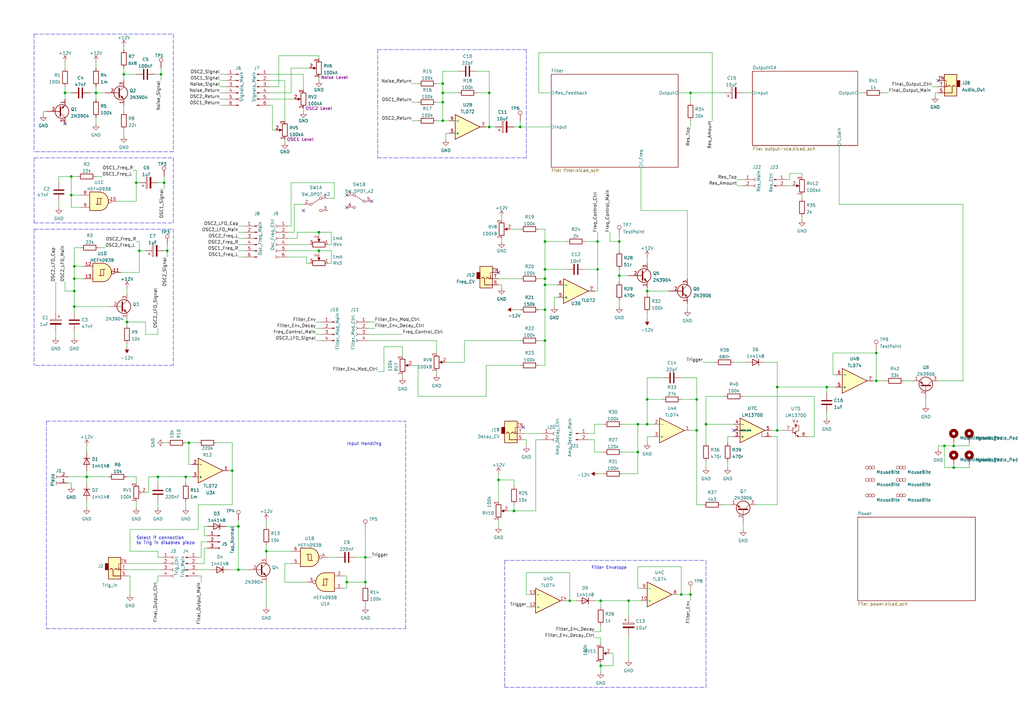
<source format=kicad_sch>
(kicad_sch (version 20211123) (generator eeschema)
  (paper "A3")
  (title_block (title "Magnum Percussion Instrument") (date "2022-05-14") (rev "r02"))
  (junction (at 223.52 139.7))
  (junction (at 181.61 41.91))
  (junction (at 200.66 52.07))
  (junction (at 57.15 102.87))
  (junction (at 97.79 215.9))
  (junction (at 261.62 185.42))
  (junction (at 130.81 102.87))
  (junction (at 95.25 193.04))
  (junction (at 30.48 114.3))
  (junction (at 246.38 273.05))
  (junction (at 254 113.03))
  (junction (at 245.11 110.49))
  (junction (at 77.47 181.61))
  (junction (at 181.61 49.53))
  (junction (at 35.56 195.58))
  (junction (at 223.52 110.49))
  (junction (at 285.75 176.53))
  (junction (at 265.43 173.99))
  (junction (at 359.41 156.21))
  (junction (at 68.58 102.87))
  (junction (at 50.8 30.48))
  (junction (at 223.52 116.84))
  (junction (at 387.35 182.88))
  (junction (at 283.21 38.1))
  (junction (at 39.37 38.1))
  (junction (at 391.16 182.88))
  (junction (at 246.38 246.38))
  (junction (at 261.62 173.99))
  (junction (at 245.11 99.06))
  (junction (at 265.43 163.83))
  (junction (at 285.75 163.83))
  (junction (at 66.04 30.48))
  (junction (at 359.41 144.78))
  (junction (at 67.31 74.93))
  (junction (at 97.79 233.68))
  (junction (at 223.52 114.3))
  (junction (at 76.2 195.58))
  (junction (at 283.21 243.84))
  (junction (at 30.48 125.73))
  (junction (at 339.09 158.75))
  (junction (at 149.86 228.6))
  (junction (at 391.16 191.77))
  (junction (at 29.21 80.01))
  (junction (at 200.66 38.1))
  (junction (at 223.52 127))
  (junction (at 30.48 109.22))
  (junction (at 52.07 132.08))
  (junction (at 26.67 38.1))
  (junction (at 289.56 173.99))
  (junction (at 210.82 209.55))
  (junction (at 64.77 195.58))
  (junction (at 254 99.06))
  (junction (at 181.61 34.29))
  (junction (at 265.43 119.38))
  (junction (at 223.52 99.06))
  (junction (at 130.81 95.25))
  (junction (at 149.86 238.76))
  (junction (at 109.22 226.06))
  (junction (at 204.47 196.85))
  (junction (at 233.68 246.38))
  (junction (at 213.36 52.07))
  (junction (at 257.81 246.38))
  (junction (at 29.21 72.39))
  (junction (at 30.48 119.38))
  (junction (at 55.88 74.93))
  (junction (at 318.77 158.75))
  (junction (at 279.4 243.84))
  (junction (at 318.77 176.53))
  (junction (at 142.24 238.76))
  (junction (at 181.61 38.1))
  (no_connect (at 384.81 33.02))
  (no_connect (at 152.4 82.55))
  (no_connect (at 124.46 86.36))
  (no_connect (at 142.24 85.09))
  (no_connect (at 142.24 80.01))
  (no_connect (at 214.63 175.26))
  (no_connect (at 300.99 176.53))
  (no_connect (at 26.67 50.8))
  (no_connect (at 204.47 111.76))
  (wire (pts (xy 257.81 246.38) (xy 257.81 252.73)))
  (wire (pts (xy 50.8 53.34) (xy 50.8 55.88)))
  (polyline (pts (xy 13.97 91.44) (xy 71.12 91.44)))
  (wire (pts (xy 149.86 238.76) (xy 149.86 240.03)))
  (wire (pts (xy 64.77 205.74) (xy 64.77 208.28)))
  (wire (pts (xy 181.61 38.1) (xy 181.61 41.91)))
  (polyline (pts (xy 13.97 64.77) (xy 13.97 91.44)))
  (wire (pts (xy 184.15 54.61) (xy 182.88 54.61)))
  (wire (pts (xy 205.74 116.84) (xy 205.74 118.11)))
  (wire (pts (xy 30.48 101.6) (xy 33.02 101.6)))
  (wire (pts (xy 146.05 228.6) (xy 149.86 228.6)))
  (wire (pts (xy 17.78 45.72) (xy 17.78 46.99)))
  (wire (pts (xy 318.77 158.75) (xy 339.09 158.75)))
  (wire (pts (xy 190.5 148.59) (xy 190.5 139.7)))
  (wire (pts (xy 135.89 107.95) (xy 134.62 107.95)))
  (wire (pts (xy 278.13 38.1) (xy 283.21 38.1)))
  (wire (pts (xy 383.54 38.1) (xy 383.54 39.37)))
  (wire (pts (xy 223.52 110.49) (xy 223.52 114.3)))
  (wire (pts (xy 26.67 25.4) (xy 26.67 27.94)))
  (wire (pts (xy 57.15 102.87) (xy 57.15 111.76)))
  (wire (pts (xy 171.45 162.56) (xy 199.39 162.56)))
  (wire (pts (xy 116.84 57.15) (xy 116.84 58.42)))
  (wire (pts (xy 316.23 176.53) (xy 318.77 176.53)))
  (wire (pts (xy 151.13 137.16) (xy 165.1 137.16)))
  (wire (pts (xy 279.4 243.84) (xy 279.4 232.41)))
  (wire (pts (xy 110.49 30.48) (xy 124.46 30.48)))
  (wire (pts (xy 339.09 158.75) (xy 342.9 158.75)))
  (wire (pts (xy 30.48 128.27) (xy 30.48 125.73)))
  (wire (pts (xy 95.25 193.04) (xy 95.25 207.01)))
  (wire (pts (xy 344.17 59.69) (xy 344.17 83.82)))
  (wire (pts (xy 339.09 158.75) (xy 339.09 161.29)))
  (wire (pts (xy 358.14 156.21) (xy 359.41 156.21)))
  (wire (pts (xy 130.81 22.86) (xy 114.3 22.86)))
  (wire (pts (xy 243.84 261.62) (xy 246.38 261.62)))
  (wire (pts (xy 39.37 25.4) (xy 39.37 27.94)))
  (wire (pts (xy 351.79 38.1) (xy 354.33 38.1)))
  (wire (pts (xy 281.94 124.46) (xy 281.94 127)))
  (wire (pts (xy 40.64 101.6) (xy 43.18 101.6)))
  (wire (pts (xy 140.97 241.3) (xy 142.24 241.3)))
  (wire (pts (xy 246.38 246.38) (xy 246.38 248.92)))
  (wire (pts (xy 215.9 180.34) (xy 215.9 182.88)))
  (wire (pts (xy 67.31 72.39) (xy 67.31 74.93)))
  (wire (pts (xy 279.4 154.94) (xy 285.75 154.94)))
  (wire (pts (xy 246.38 273.05) (xy 246.38 275.59)))
  (wire (pts (xy 110.49 40.64) (xy 120.65 40.64)))
  (wire (pts (xy 168.91 41.91) (xy 171.45 41.91)))
  (wire (pts (xy 119.38 74.93) (xy 137.16 74.93)))
  (wire (pts (xy 223.52 99.06) (xy 223.52 110.49)))
  (wire (pts (xy 85.09 224.79) (xy 83.82 224.79)))
  (wire (pts (xy 92.71 215.9) (xy 97.79 215.9)))
  (wire (pts (xy 246.38 273.05) (xy 251.46 273.05)))
  (wire (pts (xy 181.61 41.91) (xy 181.61 49.53)))
  (polyline (pts (xy 215.9 20.32) (xy 215.9 64.77)))
  (wire (pts (xy 27.94 195.58) (xy 35.56 195.58)))
  (wire (pts (xy 52.07 233.68) (xy 66.04 233.68)))
  (wire (pts (xy 55.88 195.58) (xy 55.88 198.12)))
  (wire (pts (xy 97.79 100.33) (xy 100.33 100.33)))
  (wire (pts (xy 179.07 41.91) (xy 181.61 41.91)))
  (wire (pts (xy 57.15 99.06) (xy 57.15 102.87)))
  (wire (pts (xy 97.79 215.9) (xy 97.79 233.68)))
  (wire (pts (xy 171.45 149.86) (xy 171.45 162.56)))
  (wire (pts (xy 328.93 88.9) (xy 328.93 90.17)))
  (wire (pts (xy 53.34 236.22) (xy 53.34 243.84)))
  (wire (pts (xy 283.21 49.53) (xy 283.21 52.07)))
  (wire (pts (xy 265.43 128.27) (xy 265.43 130.81)))
  (wire (pts (xy 114.3 35.56) (xy 114.3 22.86)))
  (wire (pts (xy 135.89 100.33) (xy 134.62 100.33)))
  (wire (pts (xy 76.2 195.58) (xy 76.2 198.12)))
  (wire (pts (xy 97.79 95.25) (xy 100.33 95.25)))
  (wire (pts (xy 53.34 226.06) (xy 64.77 226.06)))
  (wire (pts (xy 210.82 52.07) (xy 213.36 52.07)))
  (wire (pts (xy 243.84 259.08) (xy 246.38 259.08)))
  (polyline (pts (xy 71.12 62.23) (xy 13.97 62.23)))
  (wire (pts (xy 288.29 207.01) (xy 285.75 207.01)))
  (wire (pts (xy 213.36 49.53) (xy 213.36 52.07)))
  (wire (pts (xy 90.17 40.64) (xy 92.71 40.64)))
  (wire (pts (xy 30.48 135.89) (xy 30.48 138.43)))
  (wire (pts (xy 82.55 222.25) (xy 85.09 222.25)))
  (wire (pts (xy 57.15 102.87) (xy 59.69 102.87)))
  (wire (pts (xy 29.21 198.12) (xy 29.21 199.39)))
  (wire (pts (xy 165.1 153.67) (xy 165.1 154.94)))
  (wire (pts (xy 116.84 33.02) (xy 116.84 49.53)))
  (wire (pts (xy 60.96 201.93) (xy 60.96 195.58)))
  (wire (pts (xy 26.67 35.56) (xy 26.67 38.1)))
  (wire (pts (xy 205.74 97.79) (xy 205.74 99.06)))
  (polyline (pts (xy 207.01 229.87) (xy 207.01 281.94)))
  (wire (pts (xy 181.61 34.29) (xy 181.61 38.1)))
  (wire (pts (xy 142.24 238.76) (xy 142.24 236.22)))
  (wire (pts (xy 68.58 181.61) (xy 67.31 181.61)))
  (wire (pts (xy 39.37 48.26) (xy 39.37 50.8)))
  (wire (pts (xy 190.5 139.7) (xy 213.36 139.7)))
  (wire (pts (xy 109.22 226.06) (xy 109.22 228.6)))
  (wire (pts (xy 97.79 105.41) (xy 100.33 105.41)))
  (wire (pts (xy 81.28 233.68) (xy 86.36 233.68)))
  (wire (pts (xy 281.94 86.36) (xy 262.89 86.36)))
  (wire (pts (xy 22.86 115.57) (xy 22.86 128.27)))
  (wire (pts (xy 55.88 99.06) (xy 57.15 99.06)))
  (wire (pts (xy 254 110.49) (xy 254 113.03)))
  (wire (pts (xy 304.8 214.63) (xy 304.8 217.17)))
  (wire (pts (xy 24.13 72.39) (xy 24.13 74.93)))
  (wire (pts (xy 30.48 109.22) (xy 34.29 109.22)))
  (wire (pts (xy 254 113.03) (xy 257.81 113.03)))
  (wire (pts (xy 262.89 86.36) (xy 262.89 68.58)))
  (wire (pts (xy 26.67 119.38) (xy 30.48 119.38)))
  (wire (pts (xy 292.1 21.59) (xy 292.1 49.53)))
  (wire (pts (xy 26.67 115.57) (xy 26.67 119.38)))
  (wire (pts (xy 135.89 102.87) (xy 135.89 107.95)))
  (wire (pts (xy 81.28 228.6) (xy 82.55 228.6)))
  (wire (pts (xy 119.38 92.71) (xy 119.38 74.93)))
  (wire (pts (xy 379.73 163.83) (xy 379.73 166.37)))
  (wire (pts (xy 246.38 246.38) (xy 257.81 246.38)))
  (wire (pts (xy 394.97 83.82) (xy 394.97 156.21)))
  (wire (pts (xy 124.46 30.48) (xy 124.46 36.83)))
  (polyline (pts (xy 19.05 172.72) (xy 166.37 172.72)))
  (wire (pts (xy 227.33 121.92) (xy 227.33 125.73)))
  (wire (pts (xy 140.97 236.22) (xy 142.24 236.22)))
  (wire (pts (xy 30.48 109.22) (xy 30.48 101.6)))
  (wire (pts (xy 384.81 156.21) (xy 394.97 156.21)))
  (wire (pts (xy 29.21 72.39) (xy 31.75 72.39)))
  (wire (pts (xy 257.81 260.35) (xy 257.81 270.51)))
  (wire (pts (xy 109.22 226.06) (xy 119.38 226.06)))
  (wire (pts (xy 26.67 38.1) (xy 29.21 38.1)))
  (wire (pts (xy 397.51 191.77) (xy 397.51 190.5)))
  (wire (pts (xy 118.11 97.79) (xy 121.92 97.79)))
  (wire (pts (xy 129.54 132.08) (xy 132.08 132.08)))
  (wire (pts (xy 149.86 228.6) (xy 149.86 238.76)))
  (polyline (pts (xy 19.05 257.81) (xy 166.37 257.81)))
  (wire (pts (xy 384.81 182.88) (xy 384.81 184.15)))
  (wire (pts (xy 220.98 149.86) (xy 223.52 149.86)))
  (wire (pts (xy 215.9 248.92) (xy 217.17 248.92)))
  (wire (pts (xy 35.56 205.74) (xy 35.56 208.28)))
  (wire (pts (xy 137.16 74.93) (xy 137.16 81.28)))
  (polyline (pts (xy 207.01 281.94) (xy 289.56 281.94)))
  (wire (pts (xy 179.07 34.29) (xy 181.61 34.29)))
  (wire (pts (xy 257.81 246.38) (xy 262.89 246.38)))
  (wire (pts (xy 341.63 144.78) (xy 341.63 153.67)))
  (wire (pts (xy 179.07 152.4) (xy 179.07 153.67)))
  (wire (pts (xy 29.21 85.09) (xy 33.02 85.09)))
  (wire (pts (xy 182.88 148.59) (xy 190.5 148.59)))
  (wire (pts (xy 39.37 35.56) (xy 39.37 38.1)))
  (wire (pts (xy 110.49 35.56) (xy 114.3 35.56)))
  (wire (pts (xy 200.66 38.1) (xy 195.58 38.1)))
  (wire (pts (xy 316.23 179.07) (xy 318.77 179.07)))
  (wire (pts (xy 121.92 97.79) (xy 121.92 95.25)))
  (wire (pts (xy 391.16 191.77) (xy 397.51 191.77)))
  (wire (pts (xy 97.79 102.87) (xy 100.33 102.87)))
  (wire (pts (xy 137.16 81.28) (xy 134.62 81.28)))
  (wire (pts (xy 232.41 246.38) (xy 233.68 246.38)))
  (wire (pts (xy 394.97 83.82) (xy 344.17 83.82)))
  (wire (pts (xy 64.77 226.06) (xy 64.77 228.6)))
  (wire (pts (xy 95.25 193.04) (xy 93.98 193.04)))
  (wire (pts (xy 243.84 119.38) (xy 245.11 119.38)))
  (wire (pts (xy 288.29 148.59) (xy 293.37 148.59)))
  (wire (pts (xy 55.88 69.85) (xy 55.88 74.93)))
  (wire (pts (xy 243.84 177.8) (xy 243.84 173.99)))
  (wire (pts (xy 328.93 80.01) (xy 328.93 81.28)))
  (wire (pts (xy 82.55 236.22) (xy 82.55 238.76)))
  (wire (pts (xy 240.03 99.06) (xy 245.11 99.06)))
  (wire (pts (xy 241.3 177.8) (xy 243.84 177.8)))
  (wire (pts (xy 52.07 132.08) (xy 59.69 132.08)))
  (wire (pts (xy 318.77 158.75) (xy 318.77 148.59)))
  (wire (pts (xy 246.38 261.62) (xy 246.38 264.16)))
  (wire (pts (xy 30.48 114.3) (xy 34.29 114.3)))
  (wire (pts (xy 81.28 236.22) (xy 82.55 236.22)))
  (wire (pts (xy 157.48 142.24) (xy 165.1 142.24)))
  (wire (pts (xy 200.66 29.21) (xy 200.66 38.1)))
  (wire (pts (xy 391.16 181.61) (xy 391.16 182.88)))
  (wire (pts (xy 168.91 149.86) (xy 171.45 149.86)))
  (wire (pts (xy 382.27 35.56) (xy 384.81 35.56)))
  (wire (pts (xy 64.77 236.22) (xy 64.77 238.76)))
  (wire (pts (xy 265.43 105.41) (xy 265.43 107.95)))
  (wire (pts (xy 109.22 213.36) (xy 109.22 215.9)))
  (wire (pts (xy 265.43 118.11) (xy 265.43 119.38)))
  (wire (pts (xy 283.21 38.1) (xy 283.21 41.91)))
  (wire (pts (xy 24.13 82.55) (xy 24.13 85.09)))
  (polyline (pts (xy 71.12 149.86) (xy 13.97 149.86)))
  (wire (pts (xy 129.54 137.16) (xy 132.08 137.16)))
  (wire (pts (xy 179.07 139.7) (xy 179.07 144.78)))
  (wire (pts (xy 265.43 179.07) (xy 265.43 181.61)))
  (wire (pts (xy 129.54 134.62) (xy 132.08 134.62)))
  (wire (pts (xy 255.27 194.31) (xy 261.62 194.31)))
  (wire (pts (xy 208.28 209.55) (xy 210.82 209.55)))
  (wire (pts (xy 59.69 201.93) (xy 60.96 201.93)))
  (wire (pts (xy 97.79 233.68) (xy 101.6 233.68)))
  (wire (pts (xy 359.41 144.78) (xy 341.63 144.78)))
  (wire (pts (xy 334.01 162.56) (xy 304.8 162.56)))
  (wire (pts (xy 95.25 193.04) (xy 95.25 181.61)))
  (wire (pts (xy 243.84 180.34) (xy 243.84 185.42)))
  (polyline (pts (xy 207.01 229.87) (xy 289.56 229.87)))
  (wire (pts (xy 130.81 95.25) (xy 135.89 95.25)))
  (wire (pts (xy 318.77 176.53) (xy 321.31 176.53)))
  (polyline (pts (xy 154.94 20.32) (xy 154.94 64.77)))
  (wire (pts (xy 90.17 38.1) (xy 92.71 38.1)))
  (wire (pts (xy 220.98 127) (xy 223.52 127)))
  (wire (pts (xy 255.27 173.99) (xy 261.62 173.99)))
  (wire (pts (xy 341.63 153.67) (xy 342.9 153.67)))
  (wire (pts (xy 118.11 100.33) (xy 127 100.33)))
  (wire (pts (xy 210.82 127) (xy 213.36 127)))
  (wire (pts (xy 220.98 93.98) (xy 223.52 93.98)))
  (wire (pts (xy 52.07 195.58) (xy 55.88 195.58)))
  (wire (pts (xy 39.37 38.1) (xy 43.18 38.1)))
  (wire (pts (xy 254 123.19) (xy 254 125.73)))
  (wire (pts (xy 387.35 191.77) (xy 391.16 191.77)))
  (polyline (pts (xy 13.97 93.98) (xy 71.12 93.98)))
  (wire (pts (xy 129.54 139.7) (xy 132.08 139.7)))
  (wire (pts (xy 359.41 156.21) (xy 363.22 156.21)))
  (wire (pts (xy 36.83 38.1) (xy 39.37 38.1)))
  (wire (pts (xy 318.77 158.75) (xy 318.77 176.53)))
  (wire (pts (xy 81.28 207.01) (xy 81.28 217.17)))
  (wire (pts (xy 323.85 71.12) (xy 328.93 71.12)))
  (wire (pts (xy 118.11 105.41) (xy 125.73 105.41)))
  (wire (pts (xy 111.76 53.34) (xy 113.03 53.34)))
  (wire (pts (xy 228.6 121.92) (xy 227.33 121.92)))
  (wire (pts (xy 313.69 148.59) (xy 318.77 148.59)))
  (wire (pts (xy 334.01 179.07) (xy 334.01 162.56)))
  (wire (pts (xy 278.13 243.84) (xy 279.4 243.84)))
  (wire (pts (xy 77.47 190.5) (xy 77.47 181.61)))
  (wire (pts (xy 283.21 243.84) (xy 283.21 246.38)))
  (wire (pts (xy 283.21 242.57) (xy 283.21 243.84)))
  (wire (pts (xy 254 113.03) (xy 254 115.57)))
  (wire (pts (xy 149.86 228.6) (xy 152.4 228.6)))
  (wire (pts (xy 68.58 102.87) (xy 68.58 105.41)))
  (wire (pts (xy 19.05 45.72) (xy 17.78 45.72)))
  (polyline (pts (xy 166.37 257.81) (xy 166.37 172.72)))
  (wire (pts (xy 49.53 111.76) (xy 57.15 111.76)))
  (wire (pts (xy 168.91 49.53) (xy 171.45 49.53)))
  (polyline (pts (xy 13.97 93.98) (xy 13.97 149.86)))
  (wire (pts (xy 134.62 228.6) (xy 138.43 228.6)))
  (wire (pts (xy 135.89 95.25) (xy 135.89 100.33)))
  (wire (pts (xy 222.25 180.34) (xy 219.71 180.34)))
  (wire (pts (xy 245.11 194.31) (xy 247.65 194.31)))
  (wire (pts (xy 130.81 104.14) (xy 130.81 102.87)))
  (wire (pts (xy 233.68 246.38) (xy 236.22 246.38)))
  (wire (pts (xy 240.03 110.49) (xy 245.11 110.49)))
  (wire (pts (xy 52.07 236.22) (xy 53.34 236.22)))
  (wire (pts (xy 116.84 231.14) (xy 116.84 238.76)))
  (wire (pts (xy 243.84 185.42) (xy 247.65 185.42)))
  (wire (pts (xy 254 99.06) (xy 254 102.87)))
  (wire (pts (xy 120.65 83.82) (xy 124.46 83.82)))
  (wire (pts (xy 246.38 271.78) (xy 246.38 273.05)))
  (wire (pts (xy 130.81 31.75) (xy 130.81 33.02)))
  (wire (pts (xy 29.21 72.39) (xy 24.13 72.39)))
  (wire (pts (xy 271.78 154.94) (xy 265.43 154.94)))
  (wire (pts (xy 130.81 102.87) (xy 135.89 102.87)))
  (wire (pts (xy 251.46 273.05) (xy 251.46 267.97)))
  (wire (pts (xy 215.9 243.84) (xy 217.17 243.84)))
  (wire (pts (xy 323.85 73.66) (xy 323.85 71.12)))
  (wire (pts (xy 387.35 182.88) (xy 384.81 182.88)))
  (wire (pts (xy 251.46 267.97) (xy 250.19 267.97)))
  (wire (pts (xy 220.98 38.1) (xy 226.06 38.1)))
  (wire (pts (xy 60.96 195.58) (xy 64.77 195.58)))
  (wire (pts (xy 120.65 95.25) (xy 120.65 83.82)))
  (wire (pts (xy 151.13 134.62) (xy 153.67 134.62)))
  (wire (pts (xy 204.47 116.84) (xy 205.74 116.84)))
  (polyline (pts (xy 215.9 64.77) (xy 154.94 64.77)))
  (wire (pts (xy 52.07 132.08) (xy 52.07 133.35)))
  (wire (pts (xy 130.81 96.52) (xy 130.81 95.25)))
  (wire (pts (xy 29.21 72.39) (xy 29.21 80.01)))
  (wire (pts (xy 283.21 176.53) (xy 285.75 176.53)))
  (wire (pts (xy 289.56 189.23) (xy 289.56 191.77)))
  (wire (pts (xy 97.79 97.79) (xy 100.33 97.79)))
  (wire (pts (xy 118.11 102.87) (xy 130.81 102.87)))
  (wire (pts (xy 119.38 231.14) (xy 116.84 231.14)))
  (wire (pts (xy 245.11 110.49) (xy 245.11 119.38)))
  (wire (pts (xy 255.27 185.42) (xy 261.62 185.42)))
  (wire (pts (xy 292.1 21.59) (xy 220.98 21.59)))
  (wire (pts (xy 219.71 209.55) (xy 210.82 209.55)))
  (wire (pts (xy 283.21 38.1) (xy 297.18 38.1)))
  (wire (pts (xy 130.81 24.13) (xy 130.81 22.86)))
  (wire (pts (xy 124.46 44.45) (xy 124.46 45.72)))
  (wire (pts (xy 50.8 27.94) (xy 50.8 30.48)))
  (wire (pts (xy 66.04 30.48) (xy 66.04 33.02)))
  (wire (pts (xy 64.77 195.58) (xy 64.77 198.12)))
  (wire (pts (xy 83.82 215.9) (xy 85.09 215.9)))
  (wire (pts (xy 125.73 107.95) (xy 127 107.95)))
  (wire (pts (xy 93.98 233.68) (xy 97.79 233.68)))
  (wire (pts (xy 95.25 207.01) (xy 81.28 207.01)))
  (wire (pts (xy 55.88 74.93) (xy 57.15 74.93)))
  (wire (pts (xy 30.48 125.73) (xy 44.45 125.73)))
  (wire (pts (xy 181.61 29.21) (xy 187.96 29.21)))
  (wire (pts (xy 261.62 194.31) (xy 261.62 185.42)))
  (wire (pts (xy 223.52 110.49) (xy 232.41 110.49)))
  (wire (pts (xy 181.61 49.53) (xy 184.15 49.53)))
  (wire (pts (xy 391.16 190.5) (xy 391.16 191.77)))
  (wire (pts (xy 121.92 95.25) (xy 130.81 95.25)))
  (wire (pts (xy 64.77 134.62) (xy 64.77 137.16)))
  (wire (pts (xy 26.67 38.1) (xy 26.67 40.64)))
  (polyline (pts (xy 154.94 20.32) (xy 215.9 20.32)))
  (wire (pts (xy 309.88 207.01) (xy 318.77 207.01)))
  (wire (pts (xy 322.58 73.66) (xy 323.85 73.66)))
  (wire (pts (xy 66.04 27.94) (xy 66.04 30.48)))
  (wire (pts (xy 205.74 90.17) (xy 205.74 88.9)))
  (wire (pts (xy 52.07 130.81) (xy 52.07 132.08)))
  (wire (pts (xy 204.47 114.3) (xy 213.36 114.3)))
  (wire (pts (xy 59.69 137.16) (xy 59.69 132.08)))
  (wire (pts (xy 125.73 105.41) (xy 125.73 107.95)))
  (wire (pts (xy 223.52 99.06) (xy 232.41 99.06)))
  (wire (pts (xy 53.34 217.17) (xy 53.34 226.06)))
  (wire (pts (xy 261.62 241.3) (xy 262.89 241.3)))
  (wire (pts (xy 370.84 156.21) (xy 374.65 156.21)))
  (wire (pts (xy 391.16 182.88) (xy 387.35 182.88)))
  (wire (pts (xy 204.47 196.85) (xy 204.47 205.74)))
  (wire (pts (xy 85.09 219.71) (xy 83.82 219.71)))
  (wire (pts (xy 77.47 181.61) (xy 81.28 181.61)))
  (wire (pts (xy 223.52 93.98) (xy 223.52 99.06)))
  (wire (pts (xy 214.63 180.34) (xy 215.9 180.34)))
  (wire (pts (xy 199.39 162.56) (xy 199.39 149.86)))
  (polyline (pts (xy 71.12 91.44) (xy 71.12 64.77)))
  (wire (pts (xy 67.31 74.93) (xy 67.31 77.47)))
  (wire (pts (xy 119.38 38.1) (xy 119.38 27.94)))
  (wire (pts (xy 154.94 152.4) (xy 157.48 152.4)))
  (wire (pts (xy 149.86 217.17) (xy 149.86 228.6)))
  (wire (pts (xy 204.47 194.31) (xy 204.47 196.85)))
  (wire (pts (xy 142.24 238.76) (xy 149.86 238.76)))
  (wire (pts (xy 254 96.52) (xy 254 99.06)))
  (wire (pts (xy 267.97 179.07) (xy 265.43 179.07)))
  (wire (pts (xy 118.11 92.71) (xy 119.38 92.71)))
  (wire (pts (xy 245.11 99.06) (xy 245.11 110.49)))
  (wire (pts (xy 215.9 234.95) (xy 215.9 243.84)))
  (wire (pts (xy 267.97 173.99) (xy 265.43 173.99)))
  (wire (pts (xy 359.41 143.51) (xy 359.41 144.78)))
  (wire (pts (xy 220.98 114.3) (xy 223.52 114.3)))
  (wire (pts (xy 35.56 193.04) (xy 35.56 195.58)))
  (wire (pts (xy 81.28 231.14) (xy 83.82 231.14)))
  (wire (pts (xy 83.82 219.71) (xy 83.82 215.9)))
  (wire (pts (xy 223.52 127) (xy 223.52 139.7)))
  (wire (pts (xy 76.2 195.58) (xy 78.74 195.58)))
  (wire (pts (xy 384.81 38.1) (xy 383.54 38.1)))
  (wire (pts (xy 300.99 148.59) (xy 306.07 148.59)))
  (wire (pts (xy 182.88 54.61) (xy 182.88 57.15)))
  (wire (pts (xy 281.94 86.36) (xy 281.94 114.3)))
  (wire (pts (xy 265.43 154.94) (xy 265.43 163.83)))
  (wire (pts (xy 181.61 34.29) (xy 181.61 29.21)))
  (wire (pts (xy 151.13 132.08) (xy 153.67 132.08)))
  (wire (pts (xy 241.3 180.34) (xy 243.84 180.34)))
  (wire (pts (xy 30.48 114.3) (xy 30.48 119.38)))
  (wire (pts (xy 289.56 173.99) (xy 300.99 173.99)))
  (wire (pts (xy 90.17 30.48) (xy 92.71 30.48)))
  (wire (pts (xy 220.98 139.7) (xy 223.52 139.7)))
  (wire (pts (xy 76.2 181.61) (xy 77.47 181.61)))
  (wire (pts (xy 78.74 190.5) (xy 77.47 190.5)))
  (wire (pts (xy 50.8 30.48) (xy 55.88 30.48)))
  (wire (pts (xy 165.1 142.24) (xy 165.1 146.05)))
  (wire (pts (xy 168.91 34.29) (xy 171.45 34.29)))
  (polyline (pts (xy 13.97 13.97) (xy 71.12 13.97)))
  (wire (pts (xy 39.37 38.1) (xy 39.37 40.64)))
  (wire (pts (xy 64.77 137.16) (xy 59.69 137.16)))
  (wire (pts (xy 30.48 119.38) (xy 30.48 125.73)))
  (wire (pts (xy 50.8 19.05) (xy 50.8 20.32)))
  (wire (pts (xy 66.04 236.22) (xy 64.77 236.22)))
  (wire (pts (xy 223.52 116.84) (xy 228.6 116.84)))
  (wire (pts (xy 265.43 119.38) (xy 274.32 119.38)))
  (wire (pts (xy 64.77 74.93) (xy 67.31 74.93)))
  (wire (pts (xy 119.38 27.94) (xy 127 27.94)))
  (wire (pts (xy 63.5 30.48) (xy 66.04 30.48)))
  (wire (pts (xy 30.48 114.3) (xy 30.48 109.22)))
  (wire (pts (xy 245.11 95.25) (xy 245.11 99.06)))
  (wire (pts (xy 199.39 52.07) (xy 200.66 52.07)))
  (wire (pts (xy 295.91 207.01) (xy 299.72 207.01)))
  (wire (pts (xy 82.55 228.6) (xy 82.55 222.25)))
  (wire (pts (xy 265.43 119.38) (xy 265.43 120.65)))
  (wire (pts (xy 29.21 80.01) (xy 29.21 85.09)))
  (wire (pts (xy 55.88 74.93) (xy 55.88 82.55)))
  (wire (pts (xy 109.22 238.76) (xy 109.22 248.92)))
  (wire (pts (xy 64.77 228.6) (xy 66.04 228.6)))
  (wire (pts (xy 334.01 179.07) (xy 331.47 179.07)))
  (wire (pts (xy 142.24 241.3) (xy 142.24 238.76)))
  (wire (pts (xy 387.35 182.88) (xy 387.35 191.77)))
  (wire (pts (xy 110.49 33.02) (xy 116.84 33.02)))
  (polyline (pts (xy 289.56 281.94) (xy 289.56 229.87)))
  (wire (pts (xy 50.8 43.18) (xy 50.8 45.72)))
  (wire (pts (xy 35.56 195.58) (xy 44.45 195.58)))
  (wire (pts (xy 397.51 182.88) (xy 391.16 182.88)))
  (wire (pts (xy 210.82 207.01) (xy 210.82 209.55)))
  (wire (pts (xy 318.77 207.01) (xy 318.77 179.07)))
  (wire (pts (xy 261.62 232.41) (xy 261.62 241.3)))
  (wire (pts (xy 110.49 43.18) (xy 111.76 43.18)))
  (wire (pts (xy 243.84 246.38) (xy 246.38 246.38)))
  (wire (pts (xy 179.07 49.53) (xy 181.61 49.53)))
  (wire (pts (xy 322.58 76.2) (xy 325.12 76.2)))
  (wire (pts (xy 285.75 163.83) (xy 279.4 163.83)))
  (wire (pts (xy 300.99 179.07) (xy 298.45 179.07)))
  (wire (pts (xy 181.61 38.1) (xy 187.96 38.1)))
  (wire (pts (xy 233.68 246.38) (xy 233.68 234.95)))
  (wire (pts (xy 361.95 38.1) (xy 364.49 38.1)))
  (wire (pts (xy 209.55 93.98) (xy 213.36 93.98)))
  (wire (pts (xy 195.58 29.21) (xy 200.66 29.21)))
  (wire (pts (xy 210.82 196.85) (xy 204.47 196.85)))
  (wire (pts (xy 83.82 224.79) (xy 83.82 231.14)))
  (wire (pts (xy 289.56 162.56) (xy 289.56 173.99)))
  (wire (pts (xy 289.56 173.99) (xy 289.56 181.61)))
  (wire (pts (xy 54.61 69.85) (xy 55.88 69.85)))
  (wire (pts (xy 302.26 76.2) (xy 304.8 76.2)))
  (wire (pts (xy 35.56 182.88) (xy 35.56 185.42)))
  (wire (pts (xy 261.62 173.99) (xy 265.43 173.99)))
  (wire (pts (xy 246.38 259.08) (xy 246.38 256.54)))
  (polyline (pts (xy 71.12 93.98) (xy 71.12 149.86)))
  (wire (pts (xy 265.43 173.99) (xy 265.43 163.83)))
  (wire (pts (xy 110.49 38.1) (xy 119.38 38.1)))
  (wire (pts (xy 219.71 180.34) (xy 219.71 209.55)))
  (wire (pts (xy 68.58 100.33) (xy 68.58 102.87)))
  (wire (pts (xy 397.51 181.61) (xy 397.51 182.88)))
  (wire (pts (xy 67.31 102.87) (xy 68.58 102.87)))
  (wire (pts (xy 298.45 179.07) (xy 298.45 181.61)))
  (wire (pts (xy 29.21 80.01) (xy 33.02 80.01)))
  (wire (pts (xy 339.09 168.91) (xy 339.09 171.45)))
  (wire (pts (xy 285.75 207.01) (xy 285.75 176.53)))
  (wire (pts (xy 250.19 99.06) (xy 254 99.06)))
  (wire (pts (xy 213.36 52.07) (xy 226.06 52.07)))
  (wire (pts (xy 210.82 196.85) (xy 210.82 199.39)))
  (wire (pts (xy 359.41 156.21) (xy 359.41 144.78)))
  (wire (pts (xy 285.75 176.53) (xy 285.75 163.83)))
  (polyline (pts (xy 71.12 13.97) (xy 71.12 62.23)))
  (wire (pts (xy 90.17 35.56) (xy 92.71 35.56)))
  (wire (pts (xy 90.17 33.02) (xy 92.71 33.02)))
  (wire (pts (xy 298.45 189.23) (xy 298.45 191.77)))
  (wire (pts (xy 265.43 163.83) (xy 271.78 163.83)))
  (wire (pts (xy 76.2 205.74) (xy 76.2 208.28)))
  (wire (pts (xy 151.13 139.7) (xy 179.07 139.7)))
  (wire (pts (xy 64.77 195.58) (xy 76.2 195.58)))
  (wire (pts (xy 48.26 82.55) (xy 55.88 82.55)))
  (wire (pts (xy 97.79 213.36) (xy 97.79 215.9)))
  (wire (pts (xy 200.66 52.07) (xy 200.66 38.1)))
  (wire (pts (xy 39.37 72.39) (xy 41.91 72.39)))
  (wire (pts (xy 302.26 73.66) (xy 304.8 73.66)))
  (wire (pts (xy 157.48 152.4) (xy 157.48 142.24)))
  (wire (pts (xy 55.88 205.74) (xy 55.88 208.28)))
  (wire (pts (xy 22.86 135.89) (xy 22.86 138.43)))
  (wire (pts (xy 220.98 21.59) (xy 220.98 38.1)))
  (wire (pts (xy 304.8 38.1) (xy 308.61 38.1)))
  (wire (pts (xy 27.94 198.12) (xy 29.21 198.12)))
  (wire (pts (xy 81.28 217.17) (xy 53.34 217.17)))
  (wire (pts (xy 111.76 43.18) (xy 111.76 53.34)))
  (wire (pts (xy 149.86 247.65) (xy 149.86 248.92)))
  (wire (pts (xy 52.07 231.14) (xy 66.04 231.14)))
  (wire (pts (xy 261.62 173.99) (xy 261.62 185.42)))
  (wire (pts (xy 97.79 92.71) (xy 100.33 92.71)))
  (wire (pts (xy 118.11 95.25) (xy 120.65 95.25)))
  (wire (pts (xy 50.8 30.48) (xy 50.8 33.02)))
  (wire (pts (xy 279.4 243.84) (xy 283.21 243.84)))
  (wire (pts (xy 90.17 43.18) (xy 92.71 43.18)))
  (wire (pts (xy 35.56 195.58) (xy 35.56 198.12)))
  (wire (pts (xy 52.07 140.97) (xy 52.07 142.24)))
  (polyline (pts (xy 13.97 64.77) (xy 71.12 64.77)))
  (wire (pts (xy 116.84 238.76) (xy 125.73 238.76)))
  (wire (pts (xy 52.07 118.11) (xy 52.07 120.65)))
  (wire (pts (xy 223.52 116.84) (xy 223.52 127)))
  (wire (pts (xy 297.18 162.56) (xy 289.56 162.56)))
  (wire (pts (xy 223.52 139.7) (xy 223.52 149.86)))
  (wire (pts (xy 243.84 173.99) (xy 247.65 173.99)))
  (wire (pts (xy 200.66 52.07) (xy 203.2 52.07)))
  (polyline (pts (xy 19.05 172.72) (xy 19.05 257.81)))
  (wire (pts (xy 88.9 181.61) (xy 95.25 181.61)))
  (polyline (pts (xy 13.97 13.97) (xy 13.97 62.23)))
  (wire (pts (xy 233.68 234.95) (xy 215.9 234.95)))
  (wire (pts (xy 214.63 177.8) (xy 222.25 177.8)))
  (wire (pts (xy 223.52 114.3) (xy 223.52 116.84)))
  (wire (pts (xy 250.19 95.25) (xy 250.19 99.06)))
  (wire (pts (xy 199.39 149.86) (xy 213.36 149.86)))
  (wire (pts (xy 279.4 232.41) (xy 261.62 232.41)))
  (wire (pts (xy 328.93 71.12) (xy 328.93 72.39)))
  (wire (pts (xy 109.22 226.06) (xy 109.22 223.52)))
  (wire (pts (xy 204.47 213.36) (xy 204.47 215.9)))
  (wire (pts (xy 285.75 154.94) (xy 285.75 163.83)))
  (text "Input Handling" (at 142.24 182.88 0) (effects (font (size 1.27 1.27)) (justify left bottom)))
  (text "Filter Envelope" (at 242.57 233.68 0) (effects (font (size 1.27 1.27)) (justify left bottom)))
  (text "Select if connection\nto Trig in disables piezo" (at 55.88 223.52 0) (effects (font (size 1.27 1.27)) (justify left bottom)))
  (label "Trigger" (at 288.29 148.59 180))
  (label "Filter_Env_Mod_Ctrl" (at 154.94 152.4 180))
  (label "OSC2_LFO_Signal" (at 129.54 139.7 180))
  (label "OSC2_LFO_Cap" (at 97.79 92.71 180))
  (label "Res_Top" (at 283.21 52.07 270))
  (label "Final_Output_Ctrl" (at 382.27 35.56 180))
  (label "Filter_Env_Decay_Ctrl" (at 243.84 261.62 180))
  (label "Freq_Control_Ctrl" (at 245.11 95.25 90))
  (label "Filter_Env_Decay_Ctrl" (at 153.67 134.62 0))
  (label "OSC1_Freq_L" (at 41.91 72.39 0))
  (label "Freq_Control_Main" (at 250.19 95.25 90))
  (label "OSC1_Freq_L" (at 97.79 105.41 180))
  (label "Noise_Return" (at 90.17 38.1 180))
  (label "Freq_Control_Main" (at 129.54 137.16 180))
  (label "Noise_Return" (at 168.91 34.29 180))
  (label "Filter_Env" (at 283.21 246.38 270))
  (label "OSC2_Freq_R" (at 55.88 99.06 180))
  (label "OSC1_Return" (at 168.91 41.91 180))
  (label "Freq_Control_Ctrl" (at 165.1 137.16 0))
  (label "OSC2_LFO_Signal" (at 64.77 134.62 90))
  (label "OSC2_LFO_Cap" (at 22.86 115.57 90))
  (label "OSC1_Freq_R" (at 54.61 69.85 180))
  (label "OSC2_LFO_Main" (at 26.67 115.57 90))
  (label "OSC2_Return" (at 90.17 40.64 180))
  (label "Trigger" (at 215.9 248.92 180))
  (label "OSC2_Return" (at 168.91 49.53 180))
  (label "Final_Output_Ctrl" (at 64.77 238.76 270))
  (label "OSC1_Freq_R" (at 97.79 102.87 180))
  (label "OSC1_Signal" (at 90.17 33.02 180))
  (label "Res_Amount" (at 302.26 76.2 180))
  (label "OSC1_Return" (at 90.17 43.18 180))
  (label "OSC2_Freq_R" (at 97.79 100.33 180))
  (label "OSC1_Signal" (at 67.31 77.47 270))
  (label "Filter_Env_Decay" (at 129.54 134.62 180))
  (label "OSC2_LFO_Main" (at 97.79 95.25 180))
  (label "Noise_Signal" (at 66.04 33.02 270))
  (label "Filter_Env_Mod_Ctrl" (at 153.67 132.08 0))
  (label "Final_Output_Main" (at 364.49 38.1 0))
  (label "OSC2_Freq_L" (at 97.79 97.79 180))
  (label "OSC2_Signal" (at 90.17 30.48 180))
  (label "Filter_Env" (at 129.54 132.08 180))
  (label "Filter_Env_Decay" (at 243.84 259.08 180))
  (label "Noise_Signal" (at 90.17 35.56 180))
  (label "Res_Top" (at 302.26 73.66 180))
  (label "Trigger" (at 152.4 228.6 0))
  (label "OSC2_Signal" (at 68.58 105.41 270))
  (label "OSC2_Freq_L" (at 43.18 101.6 0))
  (label "Final_Output_Main" (at 82.55 238.76 270))
  (label "Res_Amount" (at 292.1 49.53 270))
  (symbol (lib_id "Device:C_Polarized") (at 60.96 74.93 90) (unit 1)
    (property "Reference" "C6" (at 60.071 68.8045 90))
    (property "Value" "1uF" (at 60.071 71.5796 90))
    (property "Footprint" "Capacitor_THT:CP_Radial_D5.0mm_P2.50mm" (effects hide))
  )
  (symbol (lib_id "Device:R") (at 26.67 31.75 0) (mirror y) (unit 1)
    (property "Reference" "R1" (at 24.892 30.8415 0) (effects (justify left)))
    (property "Value" "100k" (at 24.892 33.6166 0) (effects (justify left)))
    (property "Footprint" "Rumblesan_Footprints:Resistor_THT_L6.3mm_D2.5mm_P10.16mm_Horizontal" (effects hide))
  )
  (symbol (lib_id "power:GND") (at 17.78 46.99 0) (unit 1)
    (property "Reference" "#PWR01" (effects hide))
    (property "Value" "GND" (at 17.78 51.5525 0))
  )
  (symbol (lib_id "Device:R") (at 275.59 163.83 90) (unit 1)
    (property "Reference" "R33" (at 275.59 158.8475 90))
    (property "Value" "27k" (at 275.59 161.6226 90))
    (property "Footprint" "Rumblesan_Footprints:Resistor_THT_L6.3mm_D2.5mm_P10.16mm_Horizontal" (effects hide))
  )
  (symbol (lib_id "power:-12V") (at 265.43 130.81 180) (unit 1)
    (property "Reference" "#PWR055" (effects hide))
    (property "Value" "-12V" (at 265.43 135.3725 0))
  )
  (symbol (lib_id "Connector:Conn_01x06_Female") (at 113.03 97.79 0) (mirror y) (unit 1)
    (property "Reference" "J9" (at 114.3 87.63 0) (effects (justify left)))
    (property "Value" "Osc_Freq_Ctrl" (at 111.76 102.87 90) (effects (justify left)))
    (property "Footprint" "Connector_PinSocket_2.54mm:PinSocket_1x06_P2.54mm_Vertical" (effects hide))
  )
  (symbol (lib_id "power:GND") (at 149.86 248.92 0) (unit 1)
    (property "Reference" "#PWR031" (effects hide))
    (property "Value" "GND" (at 149.86 253.4825 0))
  )
  (symbol (lib_id "power:GND") (at 281.94 127 0) (unit 1)
    (property "Reference" "#PWR057" (effects hide))
    (property "Value" "GND" (at 281.94 131.5625 0))
  )
  (symbol (lib_id "Device:C") (at 59.69 30.48 90) (unit 1)
    (property "Reference" "C5" (at 59.69 24.3545 90))
    (property "Value" "100nF" (at 59.69 27.1296 90))
    (property "Footprint" "Rumblesan_Footprints:C_Rect_L7.0mm_W3.5mm_P5.00mm" (effects hide))
  )
  (symbol (lib_id "Device:C") (at 339.09 165.1 0) (unit 1)
    (property "Reference" "C16" (at 342.011 164.1915 0) (effects (justify left)))
    (property "Value" "1uF" (at 342.011 166.9666 0) (effects (justify left)))
    (property "Footprint" "Capacitor_THT:C_Radial_D6.3mm_H7.0mm_P2.50mm" (effects hide))
  )
  (symbol (lib_id "power:GND") (at 298.45 191.77 0) (unit 1)
    (property "Reference" "#PWR060" (effects hide))
    (property "Value" "GND" (at 298.45 196.3325 0))
  )
  (symbol (lib_id "Device:C_Polarized") (at 207.01 52.07 90) (unit 1)
    (property "Reference" "C11" (at 206.121 45.9445 90))
    (property "Value" "10uF" (at 206.121 48.7196 90))
    (property "Footprint" "Capacitor_THT:CP_Radial_D5.0mm_P2.50mm" (effects hide))
  )
  (symbol (lib_id "power:GND") (at 379.73 166.37 0) (unit 1)
    (property "Reference" "#PWR066" (effects hide))
    (property "Value" "GND" (at 379.73 170.9325 0))
  )
  (symbol (lib_id "Device:D") (at 88.9 215.9 180) (unit 1)
    (property "Reference" "D3" (at 88.9 210.6635 0))
    (property "Value" "1n4148" (at 88.9 213.4386 0))
    (property "Footprint" "Rumblesan_Footprints:Diode_THT_P7.62mm_Horizontal" (effects hide))
  )
  (symbol (lib_id "Connector:TestPoint") (at 97.79 213.36 0) (mirror y) (unit 1)
    (property "Reference" "TP4" (at 92.71 209.55 0) (effects (justify right)))
    (property "Value" "Trigger TestPoint" (effects hide))
    (property "Footprint" "TestPoint:TestPoint_Loop_D2.50mm_Drill1.0mm_LowProfile" (effects hide))
  )
  (symbol (lib_id "Mechanical:MountingHole_Pad") (at 397.51 179.07 0) (unit 1)
    (property "Reference" "H9" (effects hide))
    (property "Value" "MountingHole_Pad" (at 400.05 179.6666 0) (effects (justify left)))
    (property "Footprint" "MountingHole:MountingHole_3.2mm_M3_ISO7380_Pad" (effects hide))
  )
  (symbol (lib_id "Device:C_Polarized") (at 22.86 132.08 0) (mirror y) (unit 1)
    (property "Reference" "C1" (at 19.939 130.2825 0) (effects (justify left)))
    (property "Value" "1uF" (at 19.939 133.0576 0) (effects (justify left)))
    (property "Footprint" "Capacitor_THT:CP_Radial_D5.0mm_P2.50mm" (effects hide))
  )
  (symbol (lib_id "power:+12V") (at 26.67 25.4 0) (unit 1)
    (property "Reference" "#PWR04" (effects hide))
    (property "Value" "+12V" (at 26.67 21.7955 0))
  )
  (symbol (lib_id "Transistor_BJT:2N3904") (at 48.26 38.1 0) (unit 1)
    (property "Reference" "Q2" (at 53.1114 37.1915 0) (effects (justify left)))
    (property "Value" "2N3904" (at 53.1114 39.9666 0) (effects (justify left)))
    (property "Footprint" "Package_TO_SOT_THT:TO-92_Inline_Wide" (effects hide))
    (property "Datasheet" "https://www.onsemi.com/pub/Collateral/2N3903-D.PDF" (effects hide))
  )
  (symbol (lib_id "Device:R") (at 39.37 31.75 0) (unit 1)
    (property "Reference" "R4" (at 41.148 30.8415 0) (effects (justify left)))
    (property "Value" "1m" (at 41.148 33.6166 0) (effects (justify left)))
    (property "Footprint" "Rumblesan_Footprints:Resistor_THT_L6.3mm_D2.5mm_P10.16mm_Horizontal" (effects hide))
  )
  (symbol (lib_id "Device:R") (at 358.14 38.1 90) (unit 1)
    (property "Reference" "R41" (at 358.14 33.1175 90))
    (property "Value" "1k" (at 358.14 35.8926 90))
    (property "Footprint" "Rumblesan_Footprints:Resistor_THT_L6.3mm_D2.5mm_P10.16mm_Horizontal" (effects hide))
  )
  (symbol (lib_id "Connector:TestPoint") (at 213.36 49.53 0) (unit 1)
    (property "Reference" "TP6" (at 209.55 44.45 0) (effects (justify left)))
    (property "Value" "Mixer TestPoint" (effects hide))
    (property "Footprint" "TestPoint:TestPoint_Loop_D2.50mm_Drill1.0mm_LowProfile" (effects hide))
  )
  (symbol (lib_id "Amplifier_Operational:TL072") (at 236.22 119.38 0) (mirror x) (unit 2)
    (property "Reference" "U3" (at 236.22 124.46 0))
    (property "Value" "TL072" (at 241.3 123.19 0))
    (property "Footprint" "Package_DIP:DIP-8_W7.62mm_LongPads" (effects hide))
    (property "Datasheet" "http://www.ti.com/lit/ds/symlink/tl071.pdf" (effects hide))
  )
  (symbol (lib_id "power:GND") (at 165.1 154.94 0) (unit 1)
    (property "Reference" "#PWR033" (effects hide))
    (property "Value" "GND" (at 165.1 159.5025 0))
  )
  (symbol (lib_id "power:GND") (at 246.38 275.59 0) (unit 1)
    (property "Reference" "#PWR049" (effects hide))
    (property "Value" "GND" (at 246.38 280.1525 0))
  )
  (symbol (lib_id "Device:R_Potentiometer") (at 205.74 93.98 0) (mirror x) (unit 1)
    (property "Reference" "RV8" (at 203.9621 93.0715 0) (effects (justify right)))
    (property "Value" "100kB" (at 203.9621 95.8466 0) (effects (justify right)))
    (property "Footprint" "Rumblesan_Footprints:Potentiometer_Alpha_RD901F-40-00D_Single_Vertical_CircularHoles" (effects hide))
  )
  (symbol (lib_id "Device:R_Potentiometer") (at 328.93 76.2 180) (unit 1)
    (property "Reference" "RV12" (at 330.708 75.2915 0) (effects (justify right)))
    (property "Value" "100kA" (at 330.708 78.0666 0) (effects (justify right)))
    (property "Footprint" "Rumblesan_Footprints:Potentiometer_Alpha_RD901F-40-00D_Single_Vertical_CircularHoles" (effects hide))
  )
  (symbol (lib_id "Connector:Conn_01x06_Male") (at 97.79 35.56 0) (mirror y) (unit 1)
    (property "Reference" "J6" (at 97.79 27.94 0))
    (property "Value" "Signals_Main" (at 99.06 35.56 90))
    (property "Footprint" "Connector_PinSocket_2.54mm:PinSocket_1x06_P2.54mm_Vertical" (effects hide))
  )
  (symbol (lib_id "Connector:Conn_01x04_Male") (at 137.16 134.62 0) (mirror y) (unit 1)
    (property "Reference" "J10" (at 137.16 127 0))
    (property "Value" "Filter_Mod_Main" (at 138.43 135.89 90))
    (property "Footprint" "Connector_PinSocket_2.54mm:PinSocket_1x04_P2.54mm_Vertical" (effects hide))
  )
  (symbol (lib_id "Device:R_Potentiometer") (at 246.38 267.97 0) (unit 1)
    (property "Reference" "RV11" (at 244.6021 267.0615 0) (effects (justify right)))
    (property "Value" "100k" (at 240.03 264.16 90) (effects (justify right)))
    (property "Footprint" "Rumblesan_Footprints:Potentiometer_Alpha_RD901F-40-00D_Single_Vertical_CircularHoles" (effects hide))
  )
  (symbol (lib_id "Device:R") (at 217.17 139.7 90) (unit 1)
    (property "Reference" "R22" (at 217.17 134.7175 90))
    (property "Value" "100k" (at 217.17 137.4926 90))
    (property "Footprint" "Rumblesan_Footprints:Resistor_THT_L6.3mm_D2.5mm_P10.16mm_Horizontal" (effects hide))
  )
  (symbol (lib_id "Device:R") (at 175.26 41.91 90) (unit 1)
    (property "Reference" "R16" (at 175.26 36.9275 90))
    (property "Value" "100k" (at 175.26 39.7026 90))
    (property "Footprint" "Rumblesan_Footprints:Resistor_THT_L6.3mm_D2.5mm_P10.16mm_Horizontal" (effects hide))
  )
  (symbol (lib_id "power:GND") (at 384.81 184.15 0) (unit 1)
    (property "Reference" "#PWR0108" (effects hide))
    (property "Value" "GND" (at 384.81 188.7125 0))
  )
  (symbol (lib_id "Device:R") (at 76.2 201.93 0) (unit 1)
    (property "Reference" "R11" (at 77.978 201.0215 0) (effects (justify left)))
    (property "Value" "1m" (at 77.978 203.7966 0) (effects (justify left)))
    (property "Footprint" "Rumblesan_Footprints:Resistor_THT_L6.3mm_D2.5mm_P10.16mm_Horizontal" (effects hide))
  )
  (symbol (lib_id "power:GND") (at 179.07 153.67 0) (mirror y) (unit 1)
    (property "Reference" "#PWR034" (effects hide))
    (property "Value" "GND" (at 179.07 158.2325 0))
  )
  (symbol (lib_id "power:+12V") (at 39.37 25.4 0) (unit 1)
    (property "Reference" "#PWR09" (effects hide))
    (property "Value" "+12V" (at 39.37 21.7955 0))
  )
  (symbol (lib_id "Amplifier_Operational:LM13700") (at 328.93 176.53 0) (unit 4)
    (property "Reference" "U7" (at 326.39 167.6199 0))
    (property "Value" "LM13700" (at 326.39 170.395 0))
    (property "Footprint" "Package_DIP:DIP-16_W7.62mm_LongPads" (effects hide))
    (property "Datasheet" "http://www.ti.com/lit/ds/symlink/lm13700.pdf" (effects hide))
  )
  (symbol (lib_id "Connector:TestPoint") (at 149.86 217.17 0) (unit 1)
    (property "Reference" "TP5" (at 151.257 212.9595 0) (effects (justify left)))
    (property "Value" "Schmitt Trigger TestPoint" (effects hide))
    (property "Footprint" "TestPoint:TestPoint_Loop_D2.50mm_Drill1.0mm_LowProfile" (effects hide))
  )
  (symbol (lib_id "Device:R") (at 175.26 34.29 90) (unit 1)
    (property "Reference" "R15" (at 175.26 29.3075 90))
    (property "Value" "100k" (at 175.26 32.0826 90))
    (property "Footprint" "Rumblesan_Footprints:Resistor_THT_L6.3mm_D2.5mm_P10.16mm_Horizontal" (effects hide))
  )
  (symbol (lib_id "power:GND") (at 304.8 217.17 0) (unit 1)
    (property "Reference" "#PWR062" (effects hide))
    (property "Value" "GND" (at 304.8 221.7325 0))
  )
  (symbol (lib_id "Device:R") (at 149.86 243.84 0) (unit 1)
    (property "Reference" "R14" (at 151.638 242.9315 0) (effects (justify left)))
    (property "Value" "100k" (at 151.638 245.7066 0) (effects (justify left)))
    (property "Footprint" "Rumblesan_Footprints:Resistor_THT_L6.3mm_D2.5mm_P10.16mm_Horizontal" (effects hide))
  )
  (symbol (lib_id "power:GND") (at 265.43 181.61 0) (unit 1)
    (property "Reference" "#PWR056" (effects hide))
    (property "Value" "GND" (at 265.43 186.1725 0))
  )
  (symbol (lib_id "Device:R") (at 50.8 24.13 0) (unit 1)
    (property "Reference" "R7" (at 52.578 23.2215 0) (effects (justify left)))
    (property "Value" "6k8" (at 52.578 25.9966 0) (effects (justify left)))
    (property "Footprint" "Rumblesan_Footprints:Resistor_THT_L6.3mm_D2.5mm_P10.16mm_Horizontal" (effects hide))
  )
  (symbol (lib_id "Device:R_Potentiometer") (at 130.81 27.94 180) (unit 1)
    (property "Reference" "RV6" (at 132.588 27.0315 0) (effects (justify right)))
    (property "Value" "100kA" (at 132.588 29.8066 0) (effects (justify right)))
    (property "Footprint" "Rumblesan_Footprints:Potentiometer_Alpha_RD901F-40-00D_Single_Vertical" (effects hide))
    (property "Name" "Noise Level" (at 137.16 31.75 0))
  )
  (symbol (lib_id "Device:R") (at 283.21 45.72 0) (unit 1)
    (property "Reference" "R34" (at 284.988 44.8115 0) (effects (justify left)))
    (property "Value" "20k" (at 284.988 47.5866 0) (effects (justify left)))
    (property "Footprint" "Rumblesan_Footprints:Resistor_THT_L6.3mm_D2.5mm_P10.16mm_Horizontal" (effects hide))
  )
  (symbol (lib_id "power:GND") (at 130.81 33.02 0) (mirror y) (unit 1)
    (property "Reference" "#PWR029" (effects hide))
    (property "Value" "GND" (at 130.81 36.83 0))
  )
  (symbol (lib_id "Device:R") (at 217.17 114.3 90) (unit 1)
    (property "Reference" "R20" (at 217.17 109.3175 90))
    (property "Value" "100k" (at 217.17 112.0926 90))
    (property "Footprint" "Rumblesan_Footprints:Resistor_THT_L6.3mm_D2.5mm_P10.16mm_Horizontal" (effects hide))
  )
  (symbol (lib_id "Device:C_Polarized") (at 63.5 102.87 90) (unit 1)
    (property "Reference" "C7" (at 62.611 96.7445 90))
    (property "Value" "1uF" (at 62.611 99.5196 90))
    (property "Footprint" "Capacitor_THT:CP_Radial_D5.0mm_P2.50mm" (effects hide))
  )
  (symbol (lib_id "power:-12V") (at 52.07 142.24 180) (unit 1)
    (property "Reference" "#PWR014" (effects hide))
    (property "Value" "-12V" (at 52.07 146.8025 0))
  )
  (symbol (lib_id "power:GND") (at 30.48 138.43 0) (unit 1)
    (property "Reference" "#PWR06" (effects hide))
    (property "Value" "GND" (at 30.48 142.9925 0))
  )
  (symbol (lib_id "Device:R") (at 328.93 85.09 0) (unit 1)
    (property "Reference" "R35" (at 330.708 84.1815 0) (effects (justify left)))
    (property "Value" "2k" (at 330.708 86.9566 0) (effects (justify left)))
    (property "Footprint" "Rumblesan_Footprints:Resistor_THT_L6.3mm_D2.5mm_P10.16mm_Horizontal" (effects hide))
  )
  (symbol (lib_id "Connector:Conn_01x02_Female") (at 22.86 198.12 180) (unit 1)
    (property "Reference" "J1" (at 24.13 193.04 0))
    (property "Value" "Piezo" (at 21.59 196.85 90))
    (property "Footprint" "Connector_PinHeader_2.54mm:PinHeader_1x02_P2.54mm_Vertical" (effects hide))
  )
  (symbol (lib_id "Mechanical:MountingHole_Pad") (at 391.16 179.07 0) (unit 1)
    (property "Reference" "H7" (effects hide))
    (property "Value" "MountingHole_Pad" (at 393.7 179.6666 0) (effects (justify left)))
    (property "Footprint" "MountingHole:MountingHole_3.2mm_M3_ISO7380_Pad" (effects hide))
  )
  (symbol (lib_id "Connector:Conn_01x04_Female") (at 146.05 134.62 0) (mirror y) (unit 1)
    (property "Reference" "J11" (at 147.32 127 0) (effects (justify left)))
    (property "Value" "Filter_Mod_Ctrl" (at 144.78 143.51 90) (effects (justify left)))
    (property "Footprint" "Connector_PinSocket_2.54mm:PinSocket_1x04_P2.54mm_Vertical" (effects hide))
  )
  (symbol (lib_id "Device:C") (at 275.59 154.94 90) (unit 1)
    (property "Reference" "C14" (at 275.59 148.8145 90))
    (property "Value" "22pF" (at 275.59 151.5896 90))
    (property "Footprint" "Rumblesan_Footprints:C_Rect_L7.0mm_W3.5mm_P5.00mm" (effects hide))
  )
  (symbol (lib_id "Connector:TestPoint") (at 68.58 100.33 0) (unit 1)
    (property "Reference" "TP3" (at 66.04 95.25 0) (effects (justify left)))
    (property "Value" "OSC2 TestPoint" (effects hide))
    (property "Footprint" "TestPoint:TestPoint_Loop_D2.50mm_Drill1.0mm_LowProfile" (effects hide))
  )
  (symbol (lib_id "Device:R") (at 265.43 124.46 180) (unit 1)
    (property "Reference" "R32" (at 267.208 123.5515 0) (effects (justify right)))
    (property "Value" "100k" (at 267.208 126.3266 0) (effects (justify right)))
    (property "Footprint" "Rumblesan_Footprints:Resistor_THT_L6.3mm_D2.5mm_P10.16mm_Horizontal" (effects hide))
  )
  (symbol (lib_id "Device:D") (at 240.03 246.38 180) (unit 1)
    (property "Reference" "D5" (at 240.03 241.1435 0))
    (property "Value" "1n4148" (at 240.03 243.9186 0))
    (property "Footprint" "Rumblesan_Footprints:Diode_THT_P7.62mm_Horizontal" (effects hide))
  )
  (symbol (lib_id "Device:R_Potentiometer") (at 116.84 53.34 180) (unit 1)
    (property "Reference" "RV5" (at 118.618 52.4315 0) (effects (justify right)))
    (property "Value" "100kA" (at 118.618 55.2066 0) (effects (justify right)))
    (property "Footprint" "Rumblesan_Footprints:Potentiometer_Alpha_RD901F-40-00D_Single_Vertical" (effects hide))
    (property "Name" "OSC1 Level" (at 123.19 57.15 0))
  )
  (symbol (lib_id "4xxx:HEF4093B") (at 133.35 238.76 180) (unit 1)
    (property "Reference" "U1" (at 133.35 247.65 0))
    (property "Value" "HEF4093B" (at 133.35 245.11 0))
    (property "Footprint" "Package_DIP:DIP-14_W7.62mm_LongPads" (effects hide))
    (property "Datasheet" "https://assets.nexperia.com/documents/data-sheet/HEF4093B.pdf" (effects hide))
  )
  (symbol (lib_id "Switch:SW_DPDT_x2") (at 147.32 82.55 0) (mirror y) (unit 2)
    (property "Reference" "SW1" (at 147.32 75.6625 0))
    (property "Value" "SW_DPDT_x2" (at 147.32 78.4376 0))
    (property "Footprint" "Rumblesan_Footprints:SW_PUSH_2P2T_8mm_Apem_MHPS2285" (effects hide))
  )
  (symbol (lib_id "Amplifier_Operational:TL072") (at 86.36 193.04 0) (mirror x) (unit 1)
    (property "Reference" "U3" (at 86.36 202.0865 0))
    (property "Value" "TL072" (at 86.36 199.3114 0))
    (property "Footprint" "Package_DIP:DIP-8_W7.62mm_LongPads" (effects hide))
    (property "Datasheet" "http://www.ti.com/lit/ds/symlink/tl071.pdf" (effects hide))
  )
  (symbol (lib_id "power:GND") (at 53.34 243.84 0) (unit 1)
    (property "Reference" "#PWR017" (effects hide))
    (property "Value" "GND" (at 53.34 248.4025 0))
  )
  (symbol (lib_id "Device:D") (at 90.17 233.68 180) (unit 1)
    (property "Reference" "D4" (at 90.17 228.4435 0))
    (property "Value" "1n4148" (at 90.17 231.2186 0))
    (property "Footprint" "Rumblesan_Footprints:Diode_THT_P7.62mm_Horizontal" (effects hide))
  )
  (symbol (lib_id "Device:R") (at 109.22 219.71 0) (unit 1)
    (property "Reference" "R13" (at 110.998 218.8015 0) (effects (justify left)))
    (property "Value" "10k" (at 110.998 221.5766 0) (effects (justify left)))
    (property "Footprint" "Rumblesan_Footprints:Resistor_THT_L6.3mm_D2.5mm_P10.16mm_Horizontal" (effects hide))
  )
  (symbol (lib_id "Device:R") (at 217.17 149.86 90) (unit 1)
    (property "Reference" "R23" (at 217.17 144.78 90))
    (property "Value" "100k" (at 217.17 147.6526 90))
    (property "Footprint" "Rumblesan_Footprints:Resistor_THT_L6.3mm_D2.5mm_P10.16mm_Horizontal" (effects hide))
  )
  (symbol (lib_id "Connector:Conn_01x04_Female") (at 71.12 231.14 0) (unit 1)
    (property "Reference" "J3" (at 69.85 226.06 0) (effects (justify left)))
    (property "Value" "Trig_Ctrl" (at 72.39 236.22 90) (effects (justify left)))
    (property "Footprint" "Connector_PinSocket_2.54mm:PinSocket_1x04_P2.54mm_Vertical" (effects hide))
  )
  (symbol (lib_id "Device:C") (at 142.24 228.6 90) (unit 1)
    (property "Reference" "C9" (at 142.24 222.4745 90))
    (property "Value" "220nF" (at 142.24 225.2496 90))
    (property "Footprint" "Rumblesan_Footprints:C_Rect_L7.0mm_W3.5mm_P5.00mm" (effects hide))
  )
  (symbol (lib_id "power:GND") (at 39.37 50.8 0) (unit 1)
    (property "Reference" "#PWR010" (effects hide))
    (property "Value" "GND" (at 39.37 55.3625 0))
  )
  (symbol (lib_id "Panelization:MouseBite") (at 356.87 191.77 0) (unit 1)
    (property "Reference" "H1" (effects hide))
    (property "Value" "MouseBite" (at 359.41 193.6366 0) (effects (justify left)))
    (property "Footprint" "Panelization:mouse-bite-2mm-slot" (effects hide))
  )
  (symbol (lib_id "Device:C") (at 191.77 29.21 90) (unit 1)
    (property "Reference" "C10" (at 191.77 23.0845 90))
    (property "Value" "22pF" (at 191.77 25.8596 90))
    (property "Footprint" "Rumblesan_Footprints:C_Rect_L7.0mm_W3.5mm_P5.00mm" (effects hide))
  )
  (symbol (lib_id "Amplifier_Operational:TL074") (at 350.52 156.21 0) (mirror x) (unit 2)
    (property "Reference" "U4" (at 350.52 147.1635 0))
    (property "Value" "TL074" (at 350.52 149.9386 0))
    (property "Footprint" "Package_DIP:DIP-14_W7.62mm_LongPads" (effects hide))
    (property "Datasheet" "http://www.ti.com/lit/ds/symlink/tl071.pdf" (effects hide))
  )
  (symbol (lib_id "Device:R") (at 175.26 49.53 90) (unit 1)
    (property "Reference" "R17" (at 175.26 44.5475 90))
    (property "Value" "100k" (at 175.26 47.3226 90))
    (property "Footprint" "Rumblesan_Footprints:Resistor_THT_L6.3mm_D2.5mm_P10.16mm_Horizontal" (effects hide))
  )
  (symbol (lib_id "Device:R") (at 300.99 162.56 90) (unit 1)
    (property "Reference" "R40" (at 300.99 157.5775 90))
    (property "Value" "100k" (at 300.99 160.3526 90))
    (property "Footprint" "Rumblesan_Footprints:Resistor_THT_L6.3mm_D2.5mm_P10.16mm_Horizontal" (effects hide))
  )
  (symbol (lib_id "Panelization:MouseBite") (at 369.57 196.85 0) (unit 1)
    (property "Reference" "H5" (effects hide))
    (property "Value" "MouseBite" (at 372.11 198.7166 0) (effects (justify left)))
    (property "Footprint" "Panelization:mouse-bite-2mm-slot" (effects hide))
  )
  (symbol (lib_id "Device:R_Potentiometer") (at 179.07 148.59 0) (mirror x) (unit 1)
    (property "Reference" "RV9" (at 177.2921 147.6815 0) (effects (justify right)))
    (property "Value" "100kB" (at 177.2921 150.4566 0) (effects (justify right)))
    (property "Footprint" "Rumblesan_Footprints:Potentiometer_Alpha_RD901F-40-00D_Single_Vertical_CircularHoles" (effects hide))
  )
  (symbol (lib_id "Connector:Conn_01x02_Male") (at 317.5 73.66 0) (unit 1)
    (property "Reference" "J23" (at 317.5 68.58 0))
    (property "Value" "Res_Ctrl" (at 316.23 74.93 90))
    (property "Footprint" "Connector_PinSocket_2.54mm:PinSocket_1x02_P2.54mm_Vertical" (effects hide))
  )
  (symbol (lib_id "power:GND") (at 328.93 90.17 0) (unit 1)
    (property "Reference" "#PWR0107" (effects hide))
    (property "Value" "GND" (at 328.93 94.7325 0))
  )
  (symbol (lib_id "Transistor_BJT:2N3904") (at 24.13 45.72 0) (mirror x) (unit 1)
    (property "Reference" "Q1" (at 28.9814 44.8115 0) (effects (justify left)))
    (property "Value" "2N3904" (at 28.9814 47.5866 0) (effects (justify left)))
    (property "Footprint" "Package_TO_SOT_THT:TO-92_Inline_Wide" (effects hide))
    (property "Datasheet" "https://www.onsemi.com/pub/Collateral/2N3903-D.PDF" (effects hide))
  )
  (symbol (lib_id "Device:D") (at 35.56 189.23 270) (unit 1)
    (property "Reference" "D1" (at 37.592 188.3215 90) (effects (justify left)))
    (property "Value" "1n4148" (at 37.592 191.0966 90) (effects (justify left)))
    (property "Footprint" "Rumblesan_Footprints:Diode_THT_P7.62mm_Horizontal" (effects hide))
  )
  (symbol (lib_id "power:GND") (at 204.47 215.9 0) (unit 1)
    (property "Reference" "#PWR038" (effects hide))
    (property "Value" "GND" (at 204.47 220.4625 0))
  )
  (symbol (lib_id "power:+12V") (at 109.22 213.36 0) (unit 1)
    (property "Reference" "#PWR023" (effects hide))
    (property "Value" "+12V" (at 109.22 209.7555 0))
  )
  (symbol (lib_id "power:GND") (at 76.2 208.28 0) (unit 1)
    (property "Reference" "#PWR019" (effects hide))
    (property "Value" "GND" (at 76.2 212.8425 0))
  )
  (symbol (lib_id "power:GND") (at 289.56 191.77 0) (unit 1)
    (property "Reference" "#PWR059" (effects hide))
    (property "Value" "GND" (at 289.56 196.3325 0))
  )
  (symbol (lib_id "Connector:AudioJack2_SwitchT") (at 389.89 35.56 180) (unit 1)
    (property "Reference" "J26" (at 394.462 34.0165 0) (effects (justify right)))
    (property "Value" "Audio_Out" (at 394.462 36.7916 0) (effects (justify right)))
    (property "Footprint" "EurorackBasics:Jack_3.5mm_QingPu_WQP-PJ398SM_Vertical" (effects hide))
  )
  (symbol (lib_id "4xxx:HEF4093B") (at 40.64 82.55 0) (unit 3)
    (property "Reference" "U1" (at 40.64 74.7735 0))
    (property "Value" "HEF4093B" (at 40.64 77.5486 0))
    (property "Footprint" "Package_DIP:DIP-14_W7.62mm_LongPads" (effects hide))
    (property "Datasheet" "https://assets.nexperia.com/documents/data-sheet/HEF4093B.pdf" (effects hide))
  )
  (symbol (lib_id "Connector:Conn_01x02_Male") (at 236.22 177.8 0) (unit 1)
    (property "Reference" "J21" (at 237.49 182.88 0) (effects (justify right)))
    (property "Value" "Amp_Decay_Main" (at 233.68 171.45 90) (effects (justify right)))
    (property "Footprint" "Connector_PinHeader_2.54mm:PinHeader_1x02_P2.54mm_Vertical" (effects hide))
  )
  (symbol (lib_id "Device:R") (at 367.03 156.21 90) (unit 1)
    (property "Reference" "R42" (at 367.03 151.2275 90))
    (property "Value" "33k" (at 367.03 154.0026 90))
    (property "Footprint" "Rumblesan_Footprints:Resistor_THT_L6.3mm_D2.5mm_P10.16mm_Horizontal" (effects hide))
  )
  (symbol (lib_id "Connector:TestPoint") (at 254 96.52 0) (unit 1)
    (property "Reference" "TP7" (at 255.397 92.3095 0) (effects (justify left)))
    (property "Value" "TestPoint" (at 255.397 95.0846 0) (effects (justify left)))
    (property "Footprint" "TestPoint:TestPoint_Loop_D2.50mm_Drill1.0mm_LowProfile" (effects hide))
  )
  (symbol (lib_id "Device:R") (at 210.82 203.2 180) (unit 1)
    (property "Reference" "R25" (at 212.598 202.2915 0) (effects (justify right)))
    (property "Value" "15k" (at 212.598 205.0666 0) (effects (justify right)))
    (property "Footprint" "Rumblesan_Footprints:Resistor_THT_L6.3mm_D2.5mm_P10.16mm_Horizontal" (effects hide))
  )
  (symbol (lib_id "power:GND") (at 116.84 58.42 0) (unit 1)
    (property "Reference" "#PWR027" (effects hide))
    (property "Value" "GND" (at 116.84 62.23 0))
  )
  (symbol (lib_id "Device:R") (at 72.39 181.61 90) (mirror x) (unit 1)
    (property "Reference" "R10" (at 73.2985 179.832 0) (effects (justify right)))
    (property "Value" "10k" (at 70.5234 179.832 0) (effects (justify right)))
    (property "Footprint" "Rumblesan_Footprints:Resistor_THT_L6.3mm_D2.5mm_P10.16mm_Horizontal" (effects hide))
  )
  (symbol (lib_id "power:+12V") (at 265.43 105.41 0) (unit 1)
    (property "Reference" "#PWR054" (effects hide))
    (property "Value" "+12V" (at 265.43 101.8055 0))
  )
  (symbol (lib_id "Device:R_Potentiometer") (at 165.1 149.86 0) (mirror x) (unit 1)
    (property "Reference" "RV7" (at 162.56 152.4 90) (effects (justify right)))
    (property "Value" "100k" (at 160.02 152.4 90) (effects (justify right)))
    (property "Footprint" "Rumblesan_Footprints:Potentiometer_Alpha_RD901F-40-00D_Single_Vertical_CircularHoles" (effects hide))
  )
  (symbol (lib_id "power:GND") (at 383.54 39.37 0) (unit 1)
    (property "Reference" "#PWR067" (effects hide))
    (property "Value" "GND" (at 383.54 43.9325 0))
  )
  (symbol (lib_id "Connector:AudioJack2_SwitchT") (at 209.55 177.8 0) (mirror x) (unit 1)
    (property "Reference" "J18" (at 204.978 176.2565 0) (effects (justify right)))
    (property "Value" "Decay_CV" (at 204.978 179.0316 0) (effects (justify right)))
    (property "Footprint" "EurorackBasics:Jack_3.5mm_QingPu_WQP-PJ398SM_Vertical" (effects hide))
  )
  (symbol (lib_id "Device:R") (at 236.22 99.06 90) (unit 1)
    (property "Reference" "R24" (at 236.22 94.0775 90))
    (property "Value" "2k" (at 236.22 96.8526 90))
    (property "Footprint" "Rumblesan_Footprints:Resistor_THT_L6.3mm_D2.5mm_P10.16mm_Horizontal" (effects hide))
  )
  (symbol (lib_id "Transistor_BJT:2N3906") (at 279.4 119.38 0) (unit 1)
    (property "Reference" "Q6" (at 284.2514 118.4715 0) (effects (justify left)))
    (property "Value" "2N3906" (at 284.2514 121.2466 0) (effects (justify left)))
    (property "Footprint" "Package_TO_SOT_THT:TO-92_Inline_Wide" (effects hide))
    (property "Datasheet" "https://www.onsemi.com/pub/Collateral/2N3906-D.PDF" (effects hide))
  )
  (symbol (lib_id "power:GND") (at 67.31 181.61 270) (mirror x) (unit 1)
    (property "Reference" "#PWR018" (effects hide))
    (property "Value" "GND" (at 62.7475 181.61 0))
  )
  (symbol (lib_id "power:+12V") (at 35.56 182.88 0) (unit 1)
    (property "Reference" "#PWR07" (effects hide))
    (property "Value" "+12V" (at 35.56 179.2755 0))
  )
  (symbol (lib_id "power:GND") (at 205.74 99.06 0) (unit 1)
    (property "Reference" "#PWR036" (effects hide))
    (property "Value" "GND" (at 205.74 102.87 0))
  )
  (symbol (lib_id "Mechanical:MountingHole_Pad") (at 391.16 187.96 0) (unit 1)
    (property "Reference" "H8" (effects hide))
    (property "Value" "MountingHole_Pad" (at 393.7 188.5566 0) (effects (justify left)))
    (property "Footprint" "MountingHole:MountingHole_3.2mm_M3_ISO7380_Pad" (effects hide))
  )
  (symbol (lib_id "power:+12V") (at 50.8 19.05 0) (unit 1)
    (property "Reference" "#PWR011" (effects hide))
    (property "Value" "+12V" (at 50.8 15.4455 0))
  )
  (symbol (lib_id "Connector:Conn_01x03_Male") (at 90.17 222.25 0) (mirror y) (unit 1)
    (property "Reference" "J5" (at 90.8812 223.1585 0) (effects (justify right)))
    (property "Value" "Tap_Normal" (at 95.25 215.9 90) (effects (justify right)))
    (property "Footprint" "Connector_PinHeader_2.54mm:PinHeader_1x03_P2.54mm_Vertical" (effects hide))
  )
  (symbol (lib_id "Transistor_BJT:2N3904") (at 106.68 233.68 0) (unit 1)
    (property "Reference" "Q4" (at 111.5314 232.7715 0) (effects (justify left)))
    (property "Value" "2N3904" (at 100.33 238.76 0) (effects (justify left)))
    (property "Footprint" "Package_TO_SOT_THT:TO-92_Inline_Wide" (effects hide))
    (property "Datasheet" "https://www.onsemi.com/pub/Collateral/2N3903-D.PDF" (effects hide))
  )
  (symbol (lib_id "Connector:TestPoint") (at 283.21 242.57 0) (unit 1)
    (property "Reference" "TP8" (at 284.607 238.3595 0) (effects (justify left)))
    (property "Value" "Filter Env TestPoint" (effects hide))
    (property "Footprint" "TestPoint:TestPoint_Loop_D2.50mm_Drill1.0mm_LowProfile" (effects hide))
  )
  (symbol (lib_id "Transistor_BJT:2N3906") (at 379.73 158.75 270) (mirror x) (unit 1)
    (property "Reference" "Q8" (at 379.73 150.6941 90))
    (property "Value" "2N3906" (at 379.73 153.4692 90))
    (property "Footprint" "Package_TO_SOT_THT:TO-92_Inline_Wide" (effects hide))
    (property "Datasheet" "https://www.onsemi.com/pub/Collateral/2N3906-D.PDF" (effects hide))
  )
  (symbol (lib_id "Device:R_Potentiometer") (at 204.47 209.55 0) (mirror x) (unit 1)
    (property "Reference" "RV10" (at 202.6921 210.4585 0) (effects (justify right)))
    (property "Value" "100k" (at 200.66 208.28 90) (effects (justify right)))
    (property "Footprint" "Rumblesan_Footprints:Potentiometer_Alpha_RD901F-40-00D_Single_Vertical_CircularHoles" (effects hide))
  )
  (symbol (lib_id "4xxx:HEF4093B") (at 41.91 111.76 0) (unit 4)
    (property "Reference" "U1" (at 41.91 103.9835 0))
    (property "Value" "HEF4093B" (at 41.91 106.7586 0))
    (property "Footprint" "Package_DIP:DIP-14_W7.62mm_LongPads" (effects hide))
    (property "Datasheet" "https://assets.nexperia.com/documents/data-sheet/HEF4093B.pdf" (effects hide))
  )
  (symbol (lib_id "Transistor_BJT:2N3906") (at 304.8 209.55 270) (mirror x) (unit 1)
    (property "Reference" "Q7" (at 304.8 201.4941 90))
    (property "Value" "2N3906" (at 304.8 204.2692 90))
    (property "Footprint" "Package_TO_SOT_THT:TO-92_Inline_Wide" (effects hide))
    (property "Datasheet" "https://www.onsemi.com/pub/Collateral/2N3906-D.PDF" (effects hide))
  )
  (symbol (lib_id "Device:D") (at 309.88 148.59 180) (unit 1)
    (property "Reference" "D6" (at 309.88 143.3535 0))
    (property "Value" "1n4148" (at 309.88 146.1286 0))
    (property "Footprint" "Rumblesan_Footprints:Diode_THT_P7.62mm_Horizontal" (effects hide))
  )
  (symbol (lib_id "Panelization:MouseBite") (at 369.57 203.2 0) (unit 1)
    (property "Reference" "H6" (effects hide))
    (property "Value" "MouseBite" (at 372.11 205.0666 0) (effects (justify left)))
    (property "Footprint" "Panelization:mouse-bite-2mm-slot" (effects hide))
  )
  (symbol (lib_id "Amplifier_Operational:TL074") (at 224.79 246.38 0) (mirror x) (unit 4)
    (property "Reference" "U4" (at 224.79 237.3335 0))
    (property "Value" "TL074" (at 224.79 240.1086 0))
    (property "Footprint" "Package_DIP:DIP-14_W7.62mm_LongPads" (effects hide))
    (property "Datasheet" "http://www.ti.com/lit/ds/symlink/tl071.pdf" (effects hide))
  )
  (symbol (lib_id "Device:C") (at 33.02 38.1 90) (unit 1)
    (property "Reference" "C4" (at 33.02 31.9745 90))
    (property "Value" "47nF" (at 33.02 34.7496 90))
    (property "Footprint" "Rumblesan_Footprints:C_Rect_L7.0mm_W3.5mm_P5.00mm" (effects hide))
  )
  (symbol (lib_id "power:GND") (at 257.81 270.51 0) (unit 1)
    (property "Reference" "#PWR053" (effects hide))
    (property "Value" "GND" (at 257.81 275.0725 0))
  )
  (symbol (lib_id "Connector:Conn_01x06_Male") (at 105.41 97.79 0) (mirror y) (unit 1)
    (property "Reference" "J8" (at 105.41 87.63 0))
    (property "Value" "Osc_Freq_Main" (at 106.68 97.79 90))
    (property "Footprint" "Connector_PinHeader_2.54mm:PinHeader_1x06_P2.54mm_Vertical" (effects hide))
  )
  (symbol (lib_id "power:GND") (at 205.74 118.11 0) (unit 1)
    (property "Reference" "#PWR037" (effects hide))
    (property "Value" "GND" (at 205.74 122.6725 0))
  )
  (symbol (lib_id "Device:D") (at 35.56 201.93 270) (unit 1)
    (property "Reference" "D2" (at 37.592 201.0215 90) (effects (justify left)))
    (property "Value" "1n4148" (at 37.592 203.7966 90) (effects (justify left)))
    (property "Footprint" "Rumblesan_Footprints:Diode_THT_P7.62mm_Horizontal" (effects hide))
  )
  (symbol (lib_id "power:+12V") (at 204.47 194.31 0) (unit 1)
    (property "Reference" "#PWR046" (effects hide))
    (property "Value" "+12V" (at 204.47 190.7055 0))
  )
  (symbol (lib_id "Device:R") (at 191.77 38.1 90) (unit 1)
    (property "Reference" "R18" (at 191.77 33.1175 90))
    (property "Value" "100k" (at 191.77 35.8926 90))
    (property "Footprint" "Rumblesan_Footprints:Resistor_THT_L6.3mm_D2.5mm_P10.16mm_Horizontal" (effects hide))
  )
  (symbol (lib_id "Amplifier_Operational:TL072") (at 191.77 52.07 0) (mirror x) (unit 2)
    (property "Reference" "U2" (at 191.77 43.0235 0))
    (property "Value" "TL072" (at 191.77 45.7986 0))
    (property "Footprint" "Package_DIP:DIP-8_W7.62mm_LongPads" (effects hide))
    (property "Datasheet" "http://www.ti.com/lit/ds/symlink/tl071.pdf" (effects hide))
  )
  (symbol (lib_id "Device:C") (at 64.77 201.93 180) (unit 1)
    (property "Reference" "C8" (at 67.691 201.0215 0) (effects (justify right)))
    (property "Value" "220nF" (at 67.691 203.7966 0) (effects (justify right)))
    (property "Footprint" "Rumblesan_Footprints:C_Rect_L7.0mm_W3.5mm_P5.00mm" (effects hide))
  )
  (symbol (lib_id "Device:R") (at 85.09 181.61 270) (mirror x) (unit 1)
    (property "Reference" "R12" (at 85.09 186.5925 90))
    (property "Value" "220k" (at 85.09 183.8174 90))
    (property "Footprint" "Rumblesan_Footprints:Resistor_THT_L6.3mm_D2.5mm_P10.16mm_Horizontal" (effects hide))
  )
  (symbol (lib_id "Device:R") (at 297.18 148.59 90) (unit 1)
    (property "Reference" "R38" (at 297.18 143.6075 90))
    (property "Value" "680r" (at 297.18 146.3826 90))
    (property "Footprint" "Rumblesan_Footprints:Resistor_THT_L6.3mm_D2.5mm_P10.16mm_Horizontal" (effects hide))
  )
  (symbol (lib_id "Panelization:MouseBite") (at 369.57 191.77 0) (unit 1)
    (property "Reference" "H4" (effects hide))
    (property "Value" "MouseBite" (at 372.11 193.6366 0) (effects (justify left)))
    (property "Footprint" "Panelization:mouse-bite-2mm-slot" (effects hide))
  )
  (symbol (lib_id "power:GND") (at 55.88 208.28 0) (unit 1)
    (property "Reference" "#PWR015" (effects hide))
    (property "Value" "GND" (at 55.88 212.8425 0))
  )
  (symbol (lib_id "Amplifier_Operational:LM13700") (at 308.61 176.53 0) (unit 3)
    (property "Reference" "U7" (at 308.61 167.4835 0))
    (property "Value" "LM13700" (at 308.61 170.2586 0))
    (property "Footprint" "Package_DIP:DIP-16_W7.62mm_LongPads" (effects hide))
    (property "Datasheet" "http://www.ti.com/lit/ds/symlink/lm13700.pdf" (effects hide))
  )
  (symbol (lib_id "Mechanical:MountingHole_Pad") (at 397.51 187.96 0) (unit 1)
    (property "Reference" "H10" (effects hide))
    (property "Value" "MountingHole_Pad" (at 400.05 188.5566 0) (effects (justify left)))
    (property "Footprint" "MountingHole:MountingHole_3.2mm_M3_ISO7380_Pad" (effects hide))
  )
  (symbol (lib_id "Device:R") (at 48.26 195.58 90) (unit 1)
    (property "Reference" "R6" (at 48.26 190.5975 90))
    (property "Value" "10k" (at 48.26 193.3726 90))
    (property "Footprint" "Rumblesan_Footprints:Resistor_THT_L6.3mm_D2.5mm_P10.16mm_Horizontal" (effects hide))
  )
  (symbol (lib_id "power:GND") (at 35.56 208.28 0) (unit 1)
    (property "Reference" "#PWR08" (effects hide))
    (property "Value" "GND" (at 35.56 212.8425 0))
  )
  (symbol (lib_id "power:GND") (at 215.9 182.88 0) (unit 1)
    (property "Reference" "#PWR045" (effects hide))
    (property "Value" "GND" (at 215.9 187.4425 0))
  )
  (symbol (lib_id "Device:C_Polarized") (at 300.99 38.1 90) (unit 1)
    (property "Reference" "C15" (at 300.101 31.9745 90))
    (property "Value" "10uF" (at 300.101 34.7496 90))
    (property "Footprint" "Capacitor_THT:CP_Radial_D5.0mm_P2.50mm" (effects hide))
  )
  (symbol (lib_id "Connector:TestPoint") (at 359.41 143.51 0) (unit 1)
    (property "Reference" "TP9" (at 360.807 139.2995 0) (effects (justify left)))
    (property "Value" "TestPoint" (at 360.807 142.0746 0) (effects (justify left)))
    (property "Footprint" "TestPoint:TestPoint_Loop_D2.50mm_Drill1.0mm_LowProfile" (effects hide))
  )
  (symbol (lib_id "Connector:Conn_01x02_Female") (at 227.33 177.8 0) (unit 1)
    (property "Reference" "J20" (at 226.06 175.26 0))
    (property "Value" "Amp_Decay_Ctrl" (at 228.6 179.07 90))
    (property "Footprint" "Connector_PinSocket_2.54mm:PinSocket_1x02_P2.54mm_Vertical" (effects hide))
  )
  (symbol (lib_id "power:+12V") (at 52.07 118.11 0) (unit 1)
    (property "Reference" "#PWR013" (effects hide))
    (property "Value" "+12V" (at 52.07 114.5055 0))
  )
  (symbol (lib_id "power:GND") (at 182.88 57.15 0) (unit 1)
    (property "Reference" "#PWR035" (effects hide))
    (property "Value" "GND" (at 182.88 61.7125 0))
  )
  (symbol (lib_id "Connector:TestPoint") (at 67.31 72.39 0) (unit 1)
    (property "Reference" "TP2" (at 64.77 67.31 0) (effects (justify left)))
    (property "Value" "OSC1 TestPoint" (effects hide))
    (property "Footprint" "TestPoint:TestPoint_Loop_D2.50mm_Drill1.0mm_LowProfile" (effects hide))
  )
  (symbol (lib_id "Device:R") (at 251.46 194.31 90) (unit 1)
    (property "Reference" "R31" (at 251.46 189.3275 90))
    (property "Value" "100k" (at 251.46 192.1026 90))
    (property "Footprint" "Rumblesan_Footprints:Resistor_THT_L6.3mm_D2.5mm_P10.16mm_Horizontal" (effects hide))
  )
  (symbol (lib_id "Device:R") (at 52.07 137.16 0) (unit 1)
    (property "Reference" "R9" (at 53.848 136.2515 0) (effects (justify left)))
    (property "Value" "10k" (at 53.848 139.0266 0) (effects (justify left)))
    (property "Footprint" "Rumblesan_Footprints:Resistor_THT_L6.3mm_D2.5mm_P10.16mm_Horizontal" (effects hide))
  )
  (symbol (lib_id "Device:C") (at 24.13 78.74 180) (unit 1)
    (property "Reference" "C2" (at 17.78 77.47 0) (effects (justify right)))
    (property "Value" "47nF" (at 15.24 80.01 0) (effects (justify right)))
    (property "Footprint" "Rumblesan_Footprints:C_Rect_L7.0mm_W3.5mm_P5.00mm" (effects hide))
  )
  (symbol (lib_id "power:GND") (at 22.86 138.43 0) (unit 1)
    (property "Reference" "#PWR02" (effects hide))
    (property "Value" "GND" (at 22.86 142.9925 0))
  )
  (symbol (lib_id "power:GND") (at 339.09 171.45 0) (unit 1)
    (property "Reference" "#PWR064" (effects hide))
    (property "Value" "GND" (at 339.09 176.0125 0))
  )
  (symbol (lib_id "Device:R") (at 254 106.68 0) (unit 1)
    (property "Reference" "R28" (at 255.778 105.7715 0) (effects (justify left)))
    (property "Value" "51r" (at 255.778 108.5466 0) (effects (justify left)))
    (property "Footprint" "Rumblesan_Footprints:Resistor_THT_L6.3mm_D2.5mm_P10.16mm_Horizontal" (effects hide))
  )
  (symbol (lib_id "Device:R") (at 217.17 93.98 90) (unit 1)
    (property "Reference" "R19" (at 217.17 88.9975 90))
    (property "Value" "100k" (at 217.17 91.7726 90))
    (property "Footprint" "Rumblesan_Footprints:Resistor_THT_L6.3mm_D2.5mm_P10.16mm_Horizontal" (effects hide))
  )
  (symbol (lib_id "Device:R_Potentiometer") (at 124.46 40.64 180) (unit 1)
    (property "Reference" "RV2" (at 126.238 39.7315 0) (effects (justify right)))
    (property "Value" "100kA" (at 126.238 42.5066 0) (effects (justify right)))
    (property "Footprint" "Rumblesan_Footprints:Potentiometer_Alpha_RD901F-40-00D_Single_Vertical" (effects hide))
    (property "Name" "OSC2 Level" (at 130.81 44.45 0))
  )
  (symbol (lib_id "Device:R") (at 39.37 44.45 0) (unit 1)
    (property "Reference" "R5" (at 41.148 43.5415 0) (effects (justify left)))
    (property "Value" "100k" (at 41.148 46.3166 0) (effects (justify left)))
    (property "Footprint" "Rumblesan_Footprints:Resistor_THT_L6.3mm_D2.5mm_P10.16mm_Horizontal" (effects hide))
  )
  (symbol (lib_id "Device:R_Potentiometer_Trim") (at 55.88 201.93 0) (mirror x) (unit 1)
    (property "Reference" "RV1" (at 54.102 201.0215 0) (effects (justify right)))
    (property "Value" "100k" (at 54.102 203.7966 0) (effects (justify right)))
    (property "Footprint" "Rumblesan_Footprints:Potentiometer_THT_Bourns_3306P_Vertical" (effects hide))
  )
  (symbol (lib_id "power:GND") (at 254 125.73 0) (unit 1)
    (property "Reference" "#PWR052" (effects hide))
    (property "Value" "GND" (at 254 130.2925 0))
  )
  (symbol (lib_id "Transistor_BJT:2N3904") (at 49.53 125.73 0) (unit 1)
    (property "Reference" "Q3" (at 54.3814 124.8215 0) (effects (justify left)))
    (property "Value" "2N3904" (at 43.18 130.81 0) (effects (justify left)))
    (property "Footprint" "Package_TO_SOT_THT:TO-92_Inline_Wide" (effects hide))
    (property "Datasheet" "https://www.onsemi.com/pub/Collateral/2N3903-D.PDF" (effects hide))
  )
  (symbol (lib_id "Device:R") (at 217.17 127 90) (unit 1)
    (property "Reference" "R21" (at 217.17 122.0175 90))
    (property "Value" "150k" (at 217.17 124.7926 90))
    (property "Footprint" "Rumblesan_Footprints:Resistor_THT_L6.3mm_D2.5mm_P10.16mm_Horizontal" (effects hide))
  )
  (symbol (lib_id "Device:C") (at 236.22 110.49 90) (unit 1)
    (property "Reference" "C12" (at 236.22 104.3645 90))
    (property "Value" "10nF" (at 236.22 107.1396 90))
    (property "Footprint" "Rumblesan_Footprints:C_Rect_L7.0mm_W3.5mm_P5.00mm" (effects hide))
  )
  (symbol (lib_id "power:GND") (at 124.46 45.72 0) (unit 1)
    (property "Reference" "#PWR028" (effects hide))
    (property "Value" "GND" (at 124.46 49.53 0))
  )
  (symbol (lib_id "Device:R") (at 289.56 185.42 180) (unit 1)
    (property "Reference" "R36" (at 291.338 184.5115 0) (effects (justify right)))
    (property "Value" "470r" (at 291.338 187.2866 0) (effects (justify right)))
    (property "Footprint" "Rumblesan_Footprints:Resistor_THT_L6.3mm_D2.5mm_P10.16mm_Horizontal" (effects hide))
  )
  (symbol (lib_id "Device:R") (at 50.8 49.53 0) (unit 1)
    (property "Reference" "R8" (at 52.578 48.6215 0) (effects (justify left)))
    (property "Value" "22r" (at 52.578 51.3966 0) (effects (justify left)))
    (property "Footprint" "Rumblesan_Footprints:Resistor_THT_L6.3mm_D2.5mm_P10.16mm_Horizontal" (effects hide))
  )
  (symbol (lib_id "power:GND") (at 29.21 199.39 0) (unit 1)
    (property "Reference" "#PWR05" (effects hide))
    (property "Value" "GND" (at 29.21 203.9525 0))
  )
  (symbol (lib_id "power:GND") (at 24.13 85.09 0) (unit 1)
    (property "Reference" "#PWR03" (effects hide))
    (property "Value" "GND" (at 24.13 89.6525 0))
  )
  (symbol (lib_id "power:GND") (at 50.8 55.88 0) (unit 1)
    (property "Reference" "#PWR012" (effects hide))
    (property "Value" "GND" (at 50.8 60.4425 0))
  )
  (symbol (lib_id "Switch:SW_DPDT_x2") (at 129.54 83.82 0) (unit 1)
    (property "Reference" "SW1" (at 129.54 76.9325 0))
    (property "Value" "SW_DPDT_x2" (at 129.54 79.7076 0))
    (property "Footprint" "Rumblesan_Footprints:SW_PUSH_2P2T_8mm_Apem_MHPS2285" (effects hide))
  )
  (symbol (lib_id "Panelization:MouseBite") (at 356.87 203.2 0) (unit 1)
    (property "Reference" "H3" (effects hide))
    (property "Value" "MouseBite" (at 359.41 205.0666 0) (effects (justify left)))
    (property "Footprint" "Panelization:mouse-bite-2mm-slot" (effects hide))
  )
  (symbol (lib_id "Device:R") (at 251.46 173.99 90) (unit 1)
    (property "Reference" "R30" (at 251.46 169.0075 90))
    (property "Value" "100k" (at 251.46 171.7826 90))
    (property "Footprint" "Rumblesan_Footprints:Resistor_THT_L6.3mm_D2.5mm_P10.16mm_Horizontal" (effects hide))
  )
  (symbol (lib_id "Connector:Conn_01x04_Male") (at 76.2 231.14 0) (unit 1)
    (property "Reference" "J4" (at 76.2 226.06 0))
    (property "Value" "Trig_Main" (at 74.93 232.41 90))
    (property "Footprint" "Connector_PinHeader_2.54mm:PinHeader_1x04_P2.54mm_Vertical" (effects hide))
  )
  (symbol (lib_id "power:GND") (at 227.33 125.73 0) (unit 1)
    (property "Reference" "#PWR044" (effects hide))
    (property "Value" "GND" (at 227.33 130.2925 0))
  )
  (symbol (lib_id "power:GND") (at 109.22 248.92 0) (unit 1)
    (property "Reference" "#PWR024" (effects hide))
    (property "Value" "GND" (at 109.22 253.4825 0))
  )
  (symbol (lib_id "Connector:AudioJack2_SwitchT") (at 199.39 114.3 0) (mirror x) (unit 1)
    (property "Reference" "J12" (at 194.818 112.7565 0) (effects (justify right)))
    (property "Value" "Freq_CV" (at 194.818 115.5316 0) (effects (justify right)))
    (property "Footprint" "EurorackBasics:Jack_3.5mm_QingPu_WQP-PJ398SM_Vertical" (effects hide))
  )
  (symbol (lib_id "Amplifier_Operational:TL074") (at 270.51 243.84 0) (mirror x) (unit 3)
    (property "Reference" "U4" (at 270.51 234.7935 0))
    (property "Value" "TL074" (at 270.51 237.5686 0))
    (property "Footprint" "Package_DIP:DIP-14_W7.62mm_LongPads" (effects hide))
    (property "Datasheet" "http://www.ti.com/lit/ds/symlink/tl071.pdf" (effects hide))
  )
  (symbol (lib_id "4xxx:HEF4093B") (at 127 228.6 0) (mirror x) (unit 2)
    (property "Reference" "U1" (at 127 220.8235 0))
    (property "Value" "HEF4093B" (at 127 223.5986 0))
    (property "Footprint" "Package_DIP:DIP-14_W7.62mm_LongPads" (effects hide))
    (property "Datasheet" "https://assets.nexperia.com/documents/data-sheet/HEF4093B.pdf" (effects hide))
  )
  (symbol (lib_id "power:GND") (at 64.77 208.28 0) (unit 1)
    (property "Reference" "#PWR016" (effects hide))
    (property "Value" "GND" (at 64.77 212.8425 0))
  )
  (symbol (lib_id "power:-12V") (at 210.82 127 90) (unit 1)
    (property "Reference" "#PWR042" (effects hide))
    (property "Value" "-12V" (at 208.28 129.54 90) (effects (justify right)))
  )
  (symbol (lib_id "Device:R") (at 251.46 185.42 270) (unit 1)
    (property "Reference" "R27" (at 251.46 180.4375 90))
    (property "Value" "120k" (at 251.46 183.2126 90))
    (property "Footprint" "Rumblesan_Footprints:Resistor_THT_L6.3mm_D2.5mm_P10.16mm_Horizontal" (effects hide))
  )
  (symbol (lib_id "Device:R") (at 254 119.38 0) (unit 1)
    (property "Reference" "R29" (at 255.778 118.4715 0) (effects (justify left)))
    (property "Value" "470r" (at 255.778 121.2466 0) (effects (justify left)))
    (property "Footprint" "Rumblesan_Footprints:Resistor_THT_L6.3mm_D2.5mm_P10.16mm_Horizontal" (effects hide))
  )
  (symbol (lib_id "power:-12V") (at 245.11 194.31 90) (unit 1)
    (property "Reference" "#PWR050" (effects hide))
    (property "Value" "-12V" (at 241.935 194.789 90) (effects (justify left)))
  )
  (symbol (lib_id "Connector:TestPoint") (at 66.04 27.94 0) (unit 1)
    (property "Reference" "TP1" (at 63.5 22.86 0) (effects (justify left)))
    (property "Value" "Noise TestPoint" (effects hide))
    (property "Footprint" "TestPoint:TestPoint_Loop_D2.50mm_Drill1.0mm_LowProfile" (effects hide))
  )
  (symbol (lib_id "Connector:Conn_01x06_Male") (at 105.41 35.56 0) (unit 1)
    (property "Reference" "J7" (at 104.14 27.94 0) (effects (justify left)))
    (property "Value" "Signals_Main" (at 104.14 41.91 90) (effects (justify left)))
    (property "Footprint" "Connector_PinSocket_2.54mm:PinSocket_1x06_P2.54mm_Vertical" (effects hide))
  )
  (symbol (lib_id "Device:R") (at 298.45 185.42 180) (unit 1)
    (property "Reference" "R39" (at 300.228 184.5115 0) (effects (justify right)))
    (property "Value" "470r" (at 300.228 187.2866 0) (effects (justify right)))
    (property "Footprint" "Rumblesan_Footprints:Resistor_THT_L6.3mm_D2.5mm_P10.16mm_Horizontal" (effects hide))
  )
  (symbol (lib_id "Device:C") (at 30.48 132.08 0) (unit 1)
    (property "Reference" "C3" (at 33.401 131.1715 0) (effects (justify left)))
    (property "Value" "47nF" (at 33.401 133.9466 0) (effects (justify left)))
    (property "Footprint" "Rumblesan_Footprints:C_Rect_L7.0mm_W3.5mm_P5.00mm" (effects hide))
  )
  (symbol (lib_id "Connector:AudioJack2_SwitchT") (at 46.99 233.68 0) (mirror x) (unit 1)
    (property "Reference" "J2" (at 42.418 232.1365 0) (effects (justify right)))
    (property "Value" "Trig_In" (at 48.26 240.03 0) (effects (justify right)))
    (property "Footprint" "EurorackBasics:Jack_3.5mm_QingPu_WQP-PJ398SM_Vertical" (effects hide))
  )
  (symbol (lib_id "Transistor_BJT:2N3904") (at 262.89 113.03 0) (unit 1)
    (property "Reference" "Q5" (at 267.7414 112.1215 0) (effects (justify left)))
    (property "Value" "2N3904" (at 267.7414 114.8966 0) (effects (justify left)))
    (property "Footprint" "Package_TO_SOT_THT:TO-92_Inline_Wide" (effects hide))
    (property "Datasheet" "https://www.onsemi.com/pub/Collateral/2N3903-D.PDF" (effects hide))
  )
  (symbol (lib_id "Amplifier_Operational:TL074") (at 275.59 176.53 0) (mirror x) (unit 1)
    (property "Reference" "U4" (at 275.59 167.4835 0))
    (property "Value" "TL074" (at 275.59 170.2586 0))
    (property "Footprint" "Package_DIP:DIP-14_W7.62mm_LongPads" (effects hide))
    (property "Datasheet" "http://www.ti.com/lit/ds/symlink/tl071.pdf" (effects hide))
  )
  (symbol (lib_id "Device:R") (at 35.56 72.39 90) (unit 1)
    (property "Reference" "R2" (at 35.56 67.4075 90))
    (property "Value" "22k" (at 35.56 70.1826 90))
    (property "Footprint" "Rumblesan_Footprints:Resistor_THT_L6.3mm_D2.5mm_P10.16mm_Horizontal" (effects hide))
  )
  (symbol (lib_id "Device:R") (at 292.1 207.01 90) (unit 1)
    (property "Reference" "R37" (at 292.1 202.0275 90))
    (property "Value" "4k3" (at 292.1 204.8026 90))
    (property "Footprint" "Rumblesan_Footprints:Resistor_THT_L6.3mm_D2.5mm_P10.16mm_Horizontal" (effects hide))
  )
  (symbol (lib_id "Device:R_Potentiometer") (at 130.81 107.95 270) (mirror x) (unit 1)
    (property "Reference" "RV3" (at 138.43 107.95 90))
    (property "Value" "1mA" (at 138.43 105.41 90))
    (property "Footprint" "Rumblesan_Footprints:Potentiometer_Alpha_RD901F-40-00D_Single_Vertical" (effects hide))
  )
  (symbol (lib_id "Device:R") (at 36.83 101.6 90) (unit 1)
    (property "Reference" "R3" (at 36.83 96.6175 90))
    (property "Value" "22k" (at 36.83 99.3926 90))
    (property "Footprint" "Rumblesan_Footprints:Resistor_THT_L6.3mm_D2.5mm_P10.16mm_Horizontal" (effects hide))
  )
  (symbol (lib_id "Device:C_Polarized") (at 257.81 256.54 0) (unit 1)
    (property "Reference" "C13" (at 260.731 254.7425 0) (effects (justify left)))
    (property "Value" "10uF" (at 260.731 257.5176 0) (effects (justify left)))
    (property "Footprint" "Capacitor_THT:CP_Radial_D5.0mm_P2.50mm" (effects hide))
  )
  (symbol (lib_id "power:+12V") (at 205.74 88.9 0) (unit 1)
    (property "Reference" "#PWR039" (effects hide))
    (property "Value" "+12V" (at 205.74 85.2955 0))
  )
  (symbol (lib_id "Connector:Conn_01x02_Female") (at 309.88 73.66 0) (unit 1)
    (property "Reference" "J22" (at 308.61 68.58 0) (effects (justify left)))
    (property "Value" "Res_Main" (at 311.15 78.74 90) (effects (justify left)))
    (property "Footprint" "Connector_PinHeader_2.54mm:PinHeader_1x02_P2.54mm_Vertical" (effects hide))
  )
  (symbol (lib_id "Device:R") (at 246.38 252.73 0) (unit 1)
    (property "Reference" "R26" (at 248.158 251.8215 0) (effects (justify left)))
    (property "Value" "1k" (at 248.158 254.5966 0) (effects (justify left)))
    (property "Footprint" "Rumblesan_Footprints:Resistor_THT_L6.3mm_D2.5mm_P10.16mm_Horizontal" (effects hide))
  )
  (symbol (lib_id "Panelization:MouseBite") (at 356.87 196.85 0) (unit 1)
    (property "Reference" "H2" (effects hide))
    (property "Value" "MouseBite" (at 359.41 198.7166 0) (effects (justify left)))
    (property "Footprint" "Panelization:mouse-bite-2mm-slot" (effects hide))
  )
  (symbol (lib_id "Device:R_Potentiometer") (at 130.81 100.33 270) (mirror x) (unit 1)
    (property "Reference" "RV4" (at 138.43 100.33 90))
    (property "Value" "1mA" (at 138.43 97.79 90))
    (property "Footprint" "Rumblesan_Footprints:Potentiometer_Alpha_RD901F-40-00D_Single_Vertical" (effects hide))
  )
  (sheet (at 308.61 29.21) (size 43.18 30.48) (stroke (width 0.1524))
    (property "Sheet name" "OutputVCA" (at 308.61 28.4984 0) (effects (justify left bottom)))
    (property "Sheet file" "output-vca.kicad_sch" (at 308.61 60.2746 0) (effects (justify left top)))
    (pin "Input" input (at 308.61 38.1 180))
    (pin "I_Gain" input (at 344.17 59.69 270))
    (pin "Output" input (at 351.79 38.1 0))
  )
  (sheet (at 351.79 212.09) (size 48.26 34.29) (stroke (width 0.1524))
    (property "Sheet name" "Power" (at 351.79 211.3784 0) (effects (justify left bottom)))
    (property "Sheet file" "power.kicad_sch" (at 351.79 246.9646 0) (effects (justify left top)))
  )
  (sheet (at 226.06 30.48) (size 52.07 38.1) (stroke (width 0.1524))
    (property "Sheet name" "Filter" (at 226.06 29.7684 0) (effects (justify left bottom)))
    (property "Sheet file" "filter.kicad_sch" (at 226.06 69.1646 0) (effects (justify left top)))
    (pin "Input" input (at 226.06 52.07 180))
    (pin "Output" input (at 278.13 38.1 0))
    (pin "Res_Feedback" input (at 226.06 38.1 180))
    (pin "I_Freq" input (at 262.89 68.58 270))
  )
)
</source>
